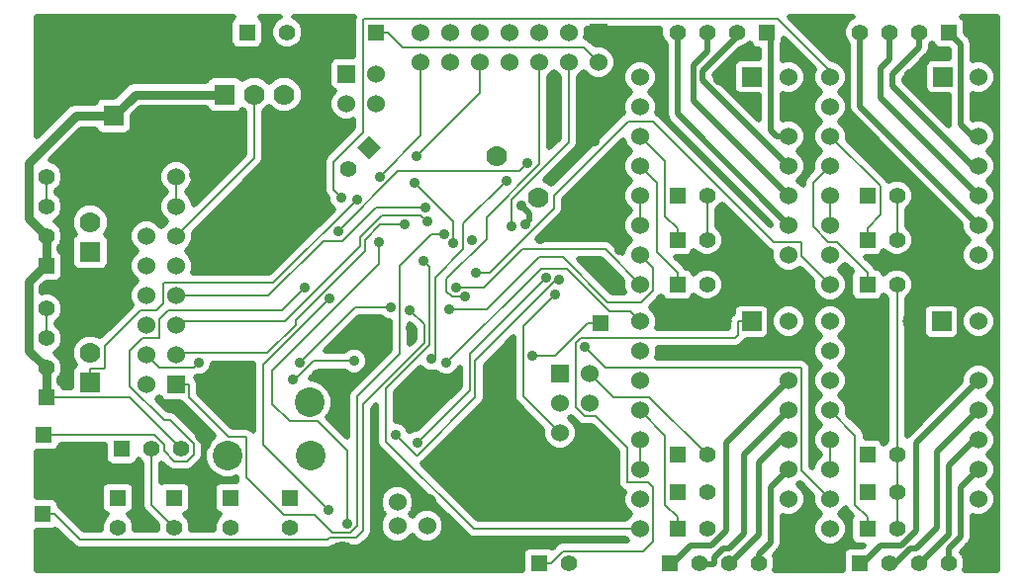
<source format=gbl>
G04 (created by PCBNEW-RS274X (2012-01-19 BZR 3256)-stable) date 5/05/2012 5:35:00 PM*
G01*
G70*
G90*
%MOIN*%
G04 Gerber Fmt 3.4, Leading zero omitted, Abs format*
%FSLAX34Y34*%
G04 APERTURE LIST*
%ADD10C,0.006000*%
%ADD11C,0.060000*%
%ADD12C,0.106300*%
%ADD13C,0.070000*%
%ADD14R,0.070000X0.070000*%
%ADD15R,0.060000X0.060000*%
%ADD16R,0.055000X0.055000*%
%ADD17C,0.055000*%
%ADD18C,0.100000*%
%ADD19R,0.065000X0.065000*%
%ADD20C,0.065000*%
%ADD21C,0.035000*%
%ADD22C,0.029600*%
%ADD23C,0.008000*%
%ADD24C,0.019700*%
%ADD25C,0.019800*%
G04 APERTURE END LIST*
G54D10*
G54D11*
X47315Y-22855D03*
X46315Y-22855D03*
X46315Y-23642D03*
X47315Y-23642D03*
G54D12*
X49177Y-24705D03*
X44453Y-24705D03*
G54D13*
X35970Y-12400D03*
X35970Y-13400D03*
G54D14*
X35970Y-14400D03*
G54D13*
X35970Y-16820D03*
X35970Y-17820D03*
G54D14*
X35970Y-18820D03*
G54D13*
X42500Y-09100D03*
X41500Y-09100D03*
G54D14*
X40500Y-09100D03*
G54D15*
X59500Y-15500D03*
G54D11*
X59500Y-14500D03*
X59500Y-13500D03*
X59500Y-12500D03*
X59500Y-11500D03*
X59500Y-10500D03*
G54D15*
X59500Y-09500D03*
G54D11*
X59500Y-08500D03*
X54500Y-08500D03*
X54500Y-09500D03*
X54500Y-10500D03*
X54500Y-11500D03*
X54500Y-12500D03*
X54500Y-13500D03*
X54500Y-14500D03*
X54500Y-15500D03*
G54D15*
X65900Y-15500D03*
G54D11*
X65900Y-14500D03*
X65900Y-13500D03*
X65900Y-12500D03*
X65900Y-11500D03*
X65900Y-10500D03*
G54D15*
X65900Y-09500D03*
G54D11*
X65900Y-08500D03*
X60900Y-08500D03*
X60900Y-09500D03*
X60900Y-10500D03*
X60900Y-11500D03*
X60900Y-12500D03*
X60900Y-13500D03*
X60900Y-14500D03*
X60900Y-15500D03*
G54D15*
X59500Y-23750D03*
G54D11*
X59500Y-22750D03*
X59500Y-21750D03*
X59500Y-20750D03*
X59500Y-19750D03*
X59500Y-18750D03*
G54D15*
X59500Y-17750D03*
G54D11*
X59500Y-16750D03*
X54500Y-16750D03*
X54500Y-17750D03*
X54500Y-18750D03*
X54500Y-19750D03*
X54500Y-20750D03*
X54500Y-21750D03*
X54500Y-22750D03*
X54500Y-23750D03*
G54D15*
X65900Y-23750D03*
G54D11*
X65900Y-22750D03*
X65900Y-21750D03*
X65900Y-20750D03*
X65900Y-19750D03*
X65900Y-18750D03*
G54D15*
X65900Y-17750D03*
G54D11*
X65900Y-16750D03*
X60900Y-16750D03*
X60900Y-17750D03*
X60900Y-18750D03*
X60900Y-19750D03*
X60900Y-20750D03*
X60900Y-21750D03*
X60900Y-22750D03*
X60900Y-23750D03*
G54D16*
X64900Y-07000D03*
G54D17*
X63900Y-07000D03*
X62900Y-07000D03*
X61900Y-07000D03*
G54D16*
X55500Y-24900D03*
G54D17*
X56500Y-24900D03*
X57500Y-24900D03*
X58500Y-24900D03*
G54D16*
X58750Y-07000D03*
G54D17*
X57750Y-07000D03*
X56750Y-07000D03*
X55750Y-07000D03*
G54D16*
X61900Y-24900D03*
G54D17*
X62900Y-24900D03*
X63900Y-24900D03*
X64900Y-24900D03*
G54D16*
X34495Y-14875D03*
G54D17*
X34495Y-13875D03*
X34495Y-12875D03*
X34495Y-11875D03*
G54D16*
X34495Y-19320D03*
G54D17*
X34495Y-18320D03*
X34495Y-17320D03*
X34495Y-16320D03*
G54D16*
X45600Y-07000D03*
G54D17*
X44600Y-07000D03*
X43600Y-07000D03*
X42600Y-07000D03*
G54D16*
X36900Y-22700D03*
G54D17*
X36900Y-23700D03*
X36900Y-24700D03*
G54D16*
X42700Y-22700D03*
G54D17*
X42700Y-23700D03*
X42700Y-24700D03*
G54D16*
X40700Y-22700D03*
G54D17*
X40700Y-23700D03*
X40700Y-24700D03*
G54D16*
X38800Y-22700D03*
G54D17*
X38800Y-23700D03*
X38800Y-24700D03*
G54D16*
X37040Y-21055D03*
G54D17*
X38040Y-21055D03*
X39040Y-21055D03*
G54D16*
X62150Y-12500D03*
G54D17*
X63150Y-12500D03*
G54D16*
X34410Y-20575D03*
G54D17*
X34410Y-21575D03*
G54D16*
X41250Y-07000D03*
G54D17*
X40250Y-07000D03*
G54D10*
G36*
X45364Y-10497D02*
X45753Y-10886D01*
X45364Y-11275D01*
X44975Y-10886D01*
X45364Y-10497D01*
X45364Y-10497D01*
G37*
G54D17*
X44656Y-11594D03*
G54D16*
X51100Y-24900D03*
G54D17*
X52100Y-24900D03*
G54D16*
X34365Y-23240D03*
G54D17*
X34365Y-24240D03*
G54D16*
X55750Y-23750D03*
G54D17*
X56750Y-23750D03*
G54D16*
X62150Y-21250D03*
G54D17*
X63150Y-21250D03*
G54D16*
X55750Y-12500D03*
G54D17*
X56750Y-12500D03*
G54D16*
X55750Y-21250D03*
G54D17*
X56750Y-21250D03*
G54D16*
X62150Y-22500D03*
G54D17*
X63150Y-22500D03*
G54D16*
X62150Y-14000D03*
G54D17*
X63150Y-14000D03*
G54D16*
X55750Y-14000D03*
G54D17*
X56750Y-14000D03*
G54D16*
X55750Y-22500D03*
G54D17*
X56750Y-22500D03*
G54D16*
X62150Y-23750D03*
G54D17*
X63150Y-23750D03*
G54D16*
X62150Y-15500D03*
G54D17*
X63150Y-15500D03*
G54D16*
X55750Y-15500D03*
G54D17*
X56750Y-15500D03*
G54D16*
X53150Y-16810D03*
G54D18*
X40600Y-19480D03*
X43350Y-19480D03*
X40600Y-21280D03*
X43400Y-21280D03*
G54D15*
X38870Y-18880D03*
G54D11*
X37870Y-18880D03*
X38870Y-17880D03*
X37870Y-17880D03*
X38870Y-16880D03*
X37870Y-16880D03*
X38870Y-15880D03*
X37870Y-15880D03*
X38870Y-14880D03*
X37870Y-14880D03*
X38870Y-13880D03*
X37870Y-13880D03*
X38870Y-12880D03*
X37870Y-12880D03*
X38870Y-11880D03*
X37870Y-11880D03*
G54D15*
X53100Y-07000D03*
G54D11*
X53100Y-08000D03*
X52100Y-07000D03*
X52100Y-08000D03*
X51100Y-07000D03*
X51100Y-08000D03*
X50100Y-07000D03*
X50100Y-08000D03*
X49100Y-07000D03*
X49100Y-08000D03*
X48100Y-07000D03*
X48100Y-08000D03*
X47100Y-07000D03*
X47100Y-08000D03*
G54D15*
X51795Y-18515D03*
G54D11*
X52795Y-18515D03*
X51795Y-19515D03*
X52795Y-19515D03*
X51795Y-20515D03*
X52795Y-20515D03*
G54D15*
X44600Y-08400D03*
G54D11*
X45600Y-08400D03*
X44600Y-09400D03*
X45600Y-09400D03*
G54D13*
X51067Y-12587D03*
X49653Y-11173D03*
G54D14*
X36760Y-09820D03*
G54D13*
X36760Y-07820D03*
G54D19*
X64650Y-16750D03*
G54D20*
X63650Y-16750D03*
G54D19*
X58250Y-16750D03*
G54D20*
X57250Y-16750D03*
G54D19*
X64700Y-08500D03*
G54D20*
X63700Y-08500D03*
G54D19*
X58250Y-08500D03*
G54D20*
X57250Y-08500D03*
G54D21*
X44864Y-18087D03*
X42782Y-18724D03*
X39635Y-18127D03*
X46086Y-16265D03*
X43016Y-18150D03*
X43202Y-15605D03*
X45696Y-14067D03*
X44619Y-23563D03*
X52630Y-17606D03*
X51763Y-15351D03*
X46248Y-20565D03*
X46742Y-16377D03*
X50500Y-12825D03*
X50625Y-13475D03*
X51125Y-13975D03*
X39850Y-20900D03*
X37525Y-21750D03*
X39600Y-20225D03*
X51270Y-22847D03*
X48845Y-14004D03*
X48126Y-18760D03*
X49669Y-18442D03*
X55165Y-09715D03*
X61558Y-18627D03*
X53775Y-10950D03*
X61442Y-09934D03*
X46778Y-16964D03*
X53199Y-15287D03*
X47550Y-21700D03*
X35970Y-22385D03*
X40974Y-13300D03*
X51485Y-09204D03*
X39140Y-10387D03*
X53800Y-14350D03*
X52972Y-10680D03*
X43602Y-18543D03*
X44449Y-19402D03*
X39750Y-13850D03*
X39457Y-11814D03*
X46850Y-20025D03*
X52600Y-08600D03*
X44425Y-20025D03*
X35150Y-18750D03*
X59500Y-24850D03*
X44947Y-12643D03*
X50861Y-17922D03*
X48611Y-15905D03*
X45724Y-11867D03*
X47890Y-13803D03*
X46561Y-13487D03*
X47317Y-13390D03*
X47270Y-12916D03*
X46957Y-11175D03*
X50173Y-13536D03*
X48203Y-14112D03*
X51617Y-15845D03*
X46911Y-12076D03*
X48284Y-15600D03*
X47473Y-18011D03*
X49980Y-11992D03*
X48078Y-16341D03*
X47196Y-14693D03*
X47977Y-18144D03*
X44020Y-15989D03*
X43984Y-23094D03*
X48972Y-15101D03*
X44440Y-12589D03*
X50705Y-11409D03*
X44323Y-13708D03*
X51322Y-15276D03*
X46982Y-20842D03*
G54D22*
X35480Y-09820D02*
X33900Y-11400D01*
X33900Y-11400D02*
X33900Y-13280D01*
X33900Y-13280D02*
X34495Y-13875D01*
X40500Y-09100D02*
X37480Y-09100D01*
X37480Y-09100D02*
X36760Y-09820D01*
G54D23*
X38870Y-11880D02*
X38870Y-12880D01*
G54D22*
X36760Y-09820D02*
X35480Y-09820D01*
G54D23*
X54058Y-22162D02*
X54080Y-22184D01*
G54D22*
X34495Y-14875D02*
X34425Y-14875D01*
X34425Y-14875D02*
X33900Y-15400D01*
X33900Y-15400D02*
X33900Y-17725D01*
X33900Y-17725D02*
X34495Y-18320D01*
G54D23*
X54080Y-22184D02*
X54776Y-22184D01*
X54776Y-22184D02*
X54936Y-22344D01*
X54936Y-22344D02*
X54936Y-24163D01*
X54936Y-24163D02*
X54603Y-24496D01*
X54603Y-24496D02*
X51908Y-24496D01*
X51908Y-24496D02*
X51504Y-24900D01*
X34495Y-19310D02*
X37295Y-19310D01*
X37295Y-19310D02*
X39040Y-21055D01*
G54D22*
X34495Y-19310D02*
X34495Y-19320D01*
G54D23*
X52326Y-17480D02*
X52326Y-19652D01*
X52326Y-19652D02*
X52627Y-19953D01*
X52627Y-19953D02*
X52998Y-19953D01*
X52998Y-19953D02*
X54058Y-21013D01*
X54058Y-21013D02*
X54058Y-22162D01*
G54D22*
X34495Y-18320D02*
X34495Y-19310D01*
X34495Y-13875D02*
X34495Y-14875D01*
G54D23*
X57796Y-16750D02*
X57796Y-17204D01*
X57796Y-17204D02*
X57698Y-17302D01*
X57698Y-17302D02*
X52504Y-17302D01*
X52504Y-17302D02*
X52326Y-17480D01*
X51100Y-24900D02*
X51504Y-24900D01*
X58250Y-16750D02*
X57796Y-16750D01*
X46004Y-07000D02*
X46504Y-07500D01*
X52600Y-07500D02*
X53100Y-08000D01*
X38870Y-13880D02*
X41500Y-11250D01*
X53591Y-19311D02*
X54811Y-19311D01*
X46504Y-07500D02*
X52600Y-07500D01*
X45600Y-07000D02*
X46004Y-07000D01*
X54811Y-19311D02*
X56750Y-21250D01*
X52795Y-18515D02*
X53591Y-19311D01*
X56750Y-12500D02*
X56750Y-14000D01*
X63150Y-14000D02*
X63150Y-12500D01*
X63150Y-21250D02*
X63150Y-15500D01*
X63150Y-22500D02*
X63150Y-23750D01*
X63150Y-22500D02*
X63150Y-21250D01*
X41500Y-11250D02*
X41500Y-09100D01*
X42782Y-18724D02*
X42873Y-18724D01*
X42873Y-18724D02*
X43510Y-18087D01*
X43510Y-18087D02*
X44864Y-18087D01*
X38300Y-18310D02*
X39452Y-18310D01*
X39452Y-18310D02*
X39635Y-18127D01*
X37870Y-17880D02*
X38300Y-18310D01*
X44901Y-16265D02*
X46086Y-16265D01*
X43016Y-18150D02*
X44901Y-16265D01*
X39236Y-21459D02*
X39462Y-21233D01*
X38660Y-20087D02*
X38470Y-20087D01*
X34410Y-20575D02*
X38133Y-20575D01*
X38133Y-20575D02*
X38450Y-20892D01*
X38787Y-21459D02*
X39236Y-21459D01*
X39462Y-20889D02*
X39462Y-21233D01*
X38450Y-20892D02*
X38450Y-21122D01*
X38450Y-21122D02*
X38787Y-21459D01*
X38278Y-17319D02*
X38300Y-17297D01*
X42429Y-16378D02*
X43202Y-15605D01*
X37308Y-17754D02*
X37743Y-17319D01*
X38300Y-16690D02*
X38612Y-16378D01*
X38300Y-17297D02*
X38300Y-16690D01*
X37308Y-18925D02*
X37308Y-17754D01*
X37743Y-17319D02*
X38278Y-17319D01*
X38612Y-16378D02*
X42429Y-16378D01*
X39462Y-20889D02*
X38660Y-20087D01*
X38470Y-20087D02*
X37308Y-18925D01*
X44619Y-21115D02*
X44619Y-23563D01*
X42698Y-20123D02*
X43627Y-20123D01*
X42105Y-18402D02*
X42105Y-19530D01*
X45696Y-14811D02*
X42105Y-18402D01*
X45696Y-14067D02*
X45696Y-14811D01*
X42105Y-19530D02*
X42698Y-20123D01*
X43627Y-20123D02*
X44619Y-21115D01*
X53335Y-18311D02*
X52630Y-17606D01*
X59906Y-18311D02*
X53335Y-18311D01*
X59937Y-21787D02*
X59937Y-18342D01*
X59937Y-18342D02*
X59906Y-18311D01*
X60900Y-22750D02*
X59937Y-21787D01*
X48943Y-19318D02*
X48943Y-18086D01*
X48943Y-18086D02*
X51678Y-15351D01*
X46956Y-21273D02*
X46988Y-21273D01*
X46248Y-20565D02*
X46956Y-21273D01*
X46988Y-21273D02*
X48943Y-19318D01*
X51678Y-15351D02*
X51763Y-15351D01*
X34769Y-23240D02*
X35634Y-24105D01*
X45147Y-23823D02*
X45147Y-19556D01*
X47220Y-17483D02*
X47220Y-16855D01*
X45147Y-19556D02*
X47220Y-17483D01*
X34365Y-23240D02*
X34769Y-23240D01*
X35634Y-24105D02*
X43971Y-24105D01*
X44934Y-24036D02*
X45147Y-23823D01*
X43971Y-24105D02*
X44040Y-24036D01*
X44040Y-24036D02*
X44934Y-24036D01*
X47220Y-16855D02*
X46742Y-16377D01*
G54D24*
X50500Y-12825D02*
X50775Y-13100D01*
X50775Y-13100D02*
X50775Y-13325D01*
G54D23*
X50775Y-13325D02*
X50625Y-13475D01*
G54D24*
X51125Y-13975D02*
X51700Y-13400D01*
X51700Y-13400D02*
X53800Y-13400D01*
X39600Y-20650D02*
X39600Y-20225D01*
X39850Y-20900D02*
X39600Y-20650D01*
X53800Y-13400D02*
X53800Y-10950D01*
X53800Y-10950D02*
X53775Y-10950D01*
G54D23*
X39457Y-11814D02*
X39457Y-10704D01*
X39457Y-10704D02*
X39140Y-10387D01*
X39140Y-10387D02*
X37983Y-10387D01*
X37983Y-10387D02*
X35970Y-12400D01*
G54D24*
X53800Y-14350D02*
X53800Y-13400D01*
G54D23*
X52972Y-08972D02*
X52600Y-08600D01*
X43602Y-18543D02*
X43602Y-18555D01*
X43602Y-18555D02*
X44449Y-19402D01*
X52972Y-10680D02*
X52972Y-08972D01*
G54D24*
X46850Y-20025D02*
X46850Y-20050D01*
X44400Y-20000D02*
X44425Y-20025D01*
G54D23*
X38440Y-15468D02*
X38440Y-16136D01*
X36449Y-17578D02*
X36449Y-18319D01*
X42144Y-15446D02*
X38462Y-15446D01*
X44947Y-12643D02*
X42144Y-15446D01*
X38196Y-16380D02*
X37647Y-16380D01*
X38462Y-15446D02*
X38440Y-15468D01*
X37647Y-16380D02*
X36449Y-17578D01*
X36449Y-18319D02*
X36427Y-18341D01*
X36427Y-18341D02*
X35970Y-18341D01*
X38440Y-16136D02*
X38196Y-16380D01*
X35970Y-18820D02*
X35970Y-18341D01*
X38040Y-22940D02*
X38040Y-21055D01*
X38800Y-23700D02*
X38040Y-22940D01*
X34495Y-11875D02*
X34495Y-12875D01*
X34495Y-16320D02*
X34495Y-17320D01*
G54D25*
X65300Y-24000D02*
X65300Y-22350D01*
X64905Y-24925D02*
X64905Y-24660D01*
X64905Y-24660D02*
X64905Y-24395D01*
G54D23*
X64905Y-24660D02*
X64900Y-24665D01*
G54D25*
X64905Y-24395D02*
X65300Y-24000D01*
X65300Y-22350D02*
X65900Y-21750D01*
G54D23*
X64900Y-24665D02*
X64900Y-24900D01*
G54D25*
X56300Y-09300D02*
X59500Y-12500D01*
X56300Y-08100D02*
X56300Y-09300D01*
X56750Y-07650D02*
X56300Y-08100D01*
X56750Y-07000D02*
X56750Y-07650D01*
X55750Y-09750D02*
X59500Y-13500D01*
X55750Y-07000D02*
X55750Y-09750D01*
G54D23*
X54500Y-21750D02*
X54500Y-20750D01*
G54D25*
X56600Y-08600D02*
X59500Y-11500D01*
X56600Y-08300D02*
X56600Y-08600D01*
X57750Y-07150D02*
X56600Y-08300D01*
X57750Y-07000D02*
X57750Y-07150D01*
G54D23*
X55525Y-24950D02*
X55500Y-24925D01*
G54D25*
X55550Y-24950D02*
X56200Y-24300D01*
X55500Y-24950D02*
X55525Y-24950D01*
X57400Y-20850D02*
X59500Y-18750D01*
G54D23*
X55500Y-24925D02*
X55500Y-24900D01*
G54D25*
X56900Y-24300D02*
X57400Y-23800D01*
X56200Y-24300D02*
X56900Y-24300D01*
X55525Y-24950D02*
X55550Y-24950D01*
X57400Y-23800D02*
X57400Y-20850D01*
G54D23*
X56550Y-24950D02*
X56500Y-24900D01*
G54D25*
X56550Y-24950D02*
X56950Y-24950D01*
X58000Y-23900D02*
X58000Y-21250D01*
X56950Y-24950D02*
X57000Y-24900D01*
X57000Y-24900D02*
X57000Y-24700D01*
X57300Y-24400D02*
X57500Y-24400D01*
X58000Y-21250D02*
X59500Y-19750D01*
X56500Y-24950D02*
X56550Y-24950D01*
X57500Y-24400D02*
X58000Y-23900D01*
X57000Y-24700D02*
X57300Y-24400D01*
X57704Y-24746D02*
X57500Y-24950D01*
X58500Y-23950D02*
X57704Y-24746D01*
X58500Y-21500D02*
X58500Y-23950D01*
X59250Y-20750D02*
X58500Y-21500D01*
G54D23*
X57654Y-24746D02*
X57500Y-24900D01*
X57704Y-24746D02*
X57654Y-24746D01*
G54D25*
X59500Y-20750D02*
X59250Y-20750D01*
X58900Y-07150D02*
X58750Y-07000D01*
X59500Y-10500D02*
X59100Y-10500D01*
X59100Y-10500D02*
X58900Y-10300D01*
X58900Y-10300D02*
X58900Y-07150D01*
G54D23*
X55070Y-12070D02*
X54500Y-11500D01*
X55070Y-14416D02*
X55070Y-12070D01*
X55750Y-15096D02*
X55070Y-14416D01*
X55750Y-15500D02*
X55750Y-15096D01*
X54500Y-13500D02*
X54500Y-12500D01*
G54D25*
X61900Y-07000D02*
X61900Y-09500D01*
X61900Y-09500D02*
X65900Y-13500D01*
G54D23*
X60900Y-21750D02*
X60900Y-20750D01*
G54D25*
X62600Y-09200D02*
X65900Y-12500D01*
X62600Y-08200D02*
X62600Y-09200D01*
X62900Y-07900D02*
X62600Y-08200D01*
X62900Y-07000D02*
X62900Y-07900D01*
X61975Y-24925D02*
X62600Y-24300D01*
X63800Y-23794D02*
X63800Y-20850D01*
X61905Y-24925D02*
X61925Y-24925D01*
G54D23*
X61925Y-24925D02*
X61900Y-24900D01*
G54D25*
X62600Y-24300D02*
X63294Y-24300D01*
X63294Y-24300D02*
X63800Y-23794D01*
X61925Y-24925D02*
X61975Y-24925D01*
X63800Y-20850D02*
X65900Y-18750D01*
X64500Y-21150D02*
X65900Y-19750D01*
X64500Y-23700D02*
X64500Y-21150D01*
X63600Y-24400D02*
X63800Y-24400D01*
X62905Y-24925D02*
X62925Y-24925D01*
G54D23*
X62925Y-24925D02*
X62900Y-24900D01*
G54D25*
X63800Y-24400D02*
X64500Y-23700D01*
X63075Y-24925D02*
X63600Y-24400D01*
X62925Y-24925D02*
X63075Y-24925D01*
G54D23*
X64096Y-24734D02*
X64066Y-24734D01*
X64066Y-24734D02*
X63900Y-24900D01*
G54D25*
X64096Y-24734D02*
X63905Y-24925D01*
X65900Y-20750D02*
X65750Y-20750D01*
X64900Y-23930D02*
X64096Y-24734D01*
X65750Y-20750D02*
X64900Y-21600D01*
X64900Y-21600D02*
X64900Y-23930D01*
X65700Y-11500D02*
X65900Y-11500D01*
X63000Y-08800D02*
X65700Y-11500D01*
X63000Y-08400D02*
X63000Y-08800D01*
X63900Y-07500D02*
X63000Y-08400D01*
X63900Y-07000D02*
X63900Y-07500D01*
X65700Y-10500D02*
X65300Y-10100D01*
X65300Y-07400D02*
X64900Y-07000D01*
X65900Y-10500D02*
X65700Y-10500D01*
X65300Y-10100D02*
X65300Y-07400D01*
G54D23*
X62589Y-13157D02*
X62589Y-12189D01*
X62589Y-12189D02*
X60900Y-10500D01*
X62150Y-13596D02*
X62589Y-13157D01*
X62150Y-14000D02*
X62150Y-13596D01*
X62150Y-15500D02*
X62150Y-15096D01*
X62150Y-15096D02*
X61115Y-14061D01*
X61115Y-14061D02*
X60834Y-14061D01*
X60834Y-14061D02*
X60330Y-13557D01*
X60330Y-13557D02*
X60330Y-12070D01*
X60330Y-12070D02*
X60900Y-11500D01*
X60900Y-13500D02*
X60900Y-12500D01*
G54D25*
X58500Y-24600D02*
X58900Y-24200D01*
X58500Y-24950D02*
X58500Y-24900D01*
X58900Y-22350D02*
X59500Y-21750D01*
X58500Y-24900D02*
X58500Y-24600D01*
X58900Y-24200D02*
X58900Y-22350D01*
G54D23*
X53150Y-16810D02*
X52746Y-16810D01*
X51634Y-17922D02*
X50861Y-17922D01*
X52746Y-16810D02*
X51634Y-17922D01*
X55346Y-20596D02*
X54500Y-19750D01*
X55346Y-22942D02*
X55346Y-20596D01*
X55750Y-23346D02*
X55346Y-22942D01*
X55750Y-23750D02*
X55750Y-23346D01*
X55346Y-11346D02*
X54500Y-10500D01*
X55346Y-13192D02*
X55346Y-11346D01*
X55750Y-13596D02*
X55346Y-13192D01*
X55750Y-14000D02*
X55750Y-13596D01*
X62150Y-23346D02*
X61746Y-22942D01*
X62150Y-23750D02*
X62150Y-23346D01*
X61746Y-20596D02*
X60900Y-19750D01*
X61746Y-22942D02*
X61746Y-20596D01*
X49318Y-13970D02*
X47979Y-15309D01*
X48151Y-15905D02*
X48611Y-15905D01*
X47979Y-15733D02*
X48151Y-15905D01*
X47979Y-15309D02*
X47979Y-15733D01*
X51100Y-11456D02*
X49318Y-13238D01*
X51100Y-08000D02*
X51100Y-11456D01*
X49318Y-13238D02*
X49318Y-13970D01*
X47100Y-10491D02*
X45724Y-11867D01*
X47100Y-08000D02*
X47100Y-10491D01*
X41230Y-20668D02*
X41230Y-22019D01*
X41230Y-22019D02*
X42480Y-23269D01*
X44746Y-23867D02*
X44963Y-23650D01*
X42480Y-23269D02*
X43518Y-23269D01*
X39299Y-18880D02*
X39299Y-19309D01*
X46390Y-17849D02*
X46390Y-14876D01*
X46390Y-14876D02*
X47462Y-13804D01*
X44116Y-23867D02*
X44746Y-23867D01*
X40636Y-20646D02*
X41208Y-20646D01*
X44963Y-23650D02*
X44963Y-19276D01*
X47462Y-13804D02*
X47890Y-13804D01*
X47890Y-13804D02*
X47890Y-13803D01*
X41208Y-20646D02*
X41230Y-20668D01*
X38870Y-18880D02*
X39299Y-18880D01*
X39299Y-19309D02*
X40636Y-20646D01*
X44963Y-19276D02*
X46390Y-17849D01*
X43518Y-23269D02*
X44116Y-23867D01*
X42883Y-16696D02*
X45219Y-14360D01*
X45724Y-13487D02*
X46561Y-13487D01*
X42883Y-16872D02*
X42883Y-16696D01*
X38927Y-17823D02*
X41932Y-17823D01*
X45219Y-13992D02*
X45724Y-13487D01*
X41932Y-17823D02*
X42883Y-16872D01*
X38870Y-17880D02*
X38927Y-17823D01*
X45219Y-14360D02*
X45219Y-13992D01*
X45788Y-13183D02*
X47108Y-13183D01*
X45050Y-13921D02*
X45788Y-13183D01*
X39024Y-16726D02*
X42536Y-16726D01*
X38870Y-16880D02*
X39024Y-16726D01*
X45050Y-14212D02*
X45050Y-13921D01*
X47108Y-13183D02*
X47315Y-13390D01*
X42536Y-16726D02*
X45050Y-14212D01*
X47315Y-13390D02*
X47317Y-13390D01*
X38870Y-15880D02*
X41963Y-15880D01*
X44473Y-14028D02*
X45585Y-12916D01*
X41963Y-15880D02*
X43815Y-14028D01*
X45585Y-12916D02*
X47270Y-12916D01*
X43815Y-14028D02*
X44473Y-14028D01*
X49100Y-08000D02*
X49100Y-09032D01*
X49100Y-09032D02*
X46957Y-11175D01*
X52100Y-10700D02*
X50173Y-12627D01*
X52100Y-08000D02*
X52100Y-10700D01*
X50173Y-12627D02*
X50173Y-13536D01*
X50556Y-16906D02*
X51617Y-15845D01*
X50556Y-19276D02*
X50556Y-16906D01*
X51795Y-20515D02*
X50556Y-19276D01*
X46911Y-12076D02*
X48203Y-13368D01*
X48203Y-13368D02*
X48203Y-14112D01*
X50517Y-14319D02*
X49236Y-15600D01*
X53319Y-14319D02*
X50517Y-14319D01*
X54500Y-15500D02*
X53319Y-14319D01*
X49236Y-15600D02*
X48284Y-15600D01*
X49980Y-11992D02*
X48537Y-13435D01*
X48537Y-13435D02*
X48537Y-14315D01*
X47580Y-17904D02*
X47473Y-18011D01*
X47580Y-15272D02*
X47580Y-17904D01*
X48537Y-14315D02*
X47580Y-15272D01*
X49345Y-16341D02*
X48078Y-16341D01*
X51884Y-14578D02*
X51108Y-14578D01*
X51108Y-14578D02*
X49345Y-16341D01*
X54531Y-16107D02*
X53413Y-16107D01*
X54500Y-14500D02*
X54932Y-14932D01*
X54932Y-14932D02*
X54932Y-15706D01*
X54932Y-15706D02*
X54531Y-16107D01*
X53413Y-16107D02*
X51884Y-14578D01*
X45940Y-20797D02*
X45940Y-19003D01*
X45940Y-19003D02*
X47395Y-17548D01*
X48893Y-23750D02*
X45940Y-20797D01*
X47395Y-14892D02*
X47196Y-14693D01*
X47395Y-17548D02*
X47395Y-14892D01*
X54500Y-23750D02*
X48893Y-23750D01*
X53467Y-16405D02*
X52022Y-14960D01*
X54155Y-16405D02*
X53467Y-16405D01*
X52022Y-14960D02*
X51161Y-14960D01*
X54500Y-16750D02*
X54155Y-16405D01*
X51161Y-14960D02*
X47977Y-18144D01*
X41806Y-20916D02*
X43984Y-23094D01*
X41806Y-18203D02*
X41806Y-20916D01*
X44020Y-15989D02*
X41806Y-18203D01*
X59933Y-14088D02*
X59911Y-14066D01*
X59933Y-14533D02*
X59933Y-14088D01*
X60900Y-15500D02*
X59933Y-14533D01*
X49430Y-15101D02*
X48972Y-15101D01*
X51580Y-12951D02*
X49430Y-15101D01*
X58997Y-14066D02*
X54931Y-10000D01*
X54084Y-10000D02*
X51580Y-12504D01*
X54931Y-10000D02*
X54084Y-10000D01*
X51580Y-12504D02*
X51580Y-12951D01*
X59911Y-14066D02*
X58997Y-14066D01*
X44170Y-12319D02*
X44440Y-12589D01*
X44170Y-11361D02*
X44170Y-12319D01*
X60900Y-08500D02*
X60900Y-08323D01*
X59127Y-06550D02*
X45192Y-06550D01*
X45170Y-10361D02*
X44170Y-11361D01*
X45170Y-06572D02*
X45170Y-10361D01*
X45192Y-06550D02*
X45170Y-06572D01*
X60900Y-08323D02*
X59127Y-06550D01*
X46343Y-11688D02*
X44323Y-13708D01*
X50705Y-11409D02*
X50426Y-11688D01*
X50426Y-11688D02*
X46343Y-11688D01*
X46982Y-20842D02*
X48757Y-19067D01*
X48757Y-19067D02*
X48757Y-17841D01*
X48757Y-17841D02*
X51322Y-15276D01*
G54D10*
G36*
X38227Y-23767D02*
X37473Y-23767D01*
X37473Y-23587D01*
X37386Y-23376D01*
X37267Y-23257D01*
X37343Y-23227D01*
X37427Y-23143D01*
X37472Y-23034D01*
X37472Y-22916D01*
X37472Y-22366D01*
X37427Y-22257D01*
X37343Y-22173D01*
X37234Y-22128D01*
X37116Y-22128D01*
X36566Y-22128D01*
X36457Y-22173D01*
X36373Y-22257D01*
X36328Y-22366D01*
X36328Y-22484D01*
X36328Y-23034D01*
X36373Y-23143D01*
X36457Y-23227D01*
X36532Y-23257D01*
X36415Y-23375D01*
X36327Y-23585D01*
X36327Y-23767D01*
X35774Y-23767D01*
X35008Y-23001D01*
X34937Y-22953D01*
X34937Y-22906D01*
X34892Y-22797D01*
X34808Y-22713D01*
X34699Y-22668D01*
X34581Y-22668D01*
X34173Y-22668D01*
X34173Y-21147D01*
X34194Y-21147D01*
X34744Y-21147D01*
X34853Y-21102D01*
X34937Y-21018D01*
X34980Y-20913D01*
X36468Y-20913D01*
X36468Y-21389D01*
X36513Y-21498D01*
X36597Y-21582D01*
X36706Y-21627D01*
X36824Y-21627D01*
X37374Y-21627D01*
X37483Y-21582D01*
X37567Y-21498D01*
X37597Y-21422D01*
X37702Y-21527D01*
X37702Y-22940D01*
X37728Y-23069D01*
X37801Y-23179D01*
X38227Y-23605D01*
X38227Y-23767D01*
X38227Y-23767D01*
G37*
G54D24*
X38227Y-23767D02*
X37473Y-23767D01*
X37473Y-23587D01*
X37386Y-23376D01*
X37267Y-23257D01*
X37343Y-23227D01*
X37427Y-23143D01*
X37472Y-23034D01*
X37472Y-22916D01*
X37472Y-22366D01*
X37427Y-22257D01*
X37343Y-22173D01*
X37234Y-22128D01*
X37116Y-22128D01*
X36566Y-22128D01*
X36457Y-22173D01*
X36373Y-22257D01*
X36328Y-22366D01*
X36328Y-22484D01*
X36328Y-23034D01*
X36373Y-23143D01*
X36457Y-23227D01*
X36532Y-23257D01*
X36415Y-23375D01*
X36327Y-23585D01*
X36327Y-23767D01*
X35774Y-23767D01*
X35008Y-23001D01*
X34937Y-22953D01*
X34937Y-22906D01*
X34892Y-22797D01*
X34808Y-22713D01*
X34699Y-22668D01*
X34581Y-22668D01*
X34173Y-22668D01*
X34173Y-21147D01*
X34194Y-21147D01*
X34744Y-21147D01*
X34853Y-21102D01*
X34937Y-21018D01*
X34980Y-20913D01*
X36468Y-20913D01*
X36468Y-21389D01*
X36513Y-21498D01*
X36597Y-21582D01*
X36706Y-21627D01*
X36824Y-21627D01*
X37374Y-21627D01*
X37483Y-21582D01*
X37567Y-21498D01*
X37597Y-21422D01*
X37702Y-21527D01*
X37702Y-22940D01*
X37728Y-23069D01*
X37801Y-23179D01*
X38227Y-23605D01*
X38227Y-23767D01*
G54D10*
G36*
X40913Y-22128D02*
X40366Y-22128D01*
X40257Y-22173D01*
X40173Y-22257D01*
X40128Y-22366D01*
X40128Y-22484D01*
X40128Y-23034D01*
X40173Y-23143D01*
X40257Y-23227D01*
X40332Y-23257D01*
X40215Y-23375D01*
X40127Y-23585D01*
X40127Y-23767D01*
X39373Y-23767D01*
X39373Y-23587D01*
X39286Y-23376D01*
X39167Y-23257D01*
X39243Y-23227D01*
X39327Y-23143D01*
X39372Y-23034D01*
X39372Y-22916D01*
X39372Y-22366D01*
X39327Y-22257D01*
X39243Y-22173D01*
X39134Y-22128D01*
X39016Y-22128D01*
X38466Y-22128D01*
X38378Y-22164D01*
X38378Y-21528D01*
X38548Y-21698D01*
X38657Y-21770D01*
X38658Y-21771D01*
X38787Y-21797D01*
X39236Y-21797D01*
X39365Y-21771D01*
X39475Y-21698D01*
X39701Y-21472D01*
X39773Y-21363D01*
X39774Y-21362D01*
X39800Y-21233D01*
X39800Y-20889D01*
X39774Y-20760D01*
X39774Y-20759D01*
X39701Y-20650D01*
X38899Y-19848D01*
X38789Y-19775D01*
X38660Y-19749D01*
X38610Y-19749D01*
X38227Y-19366D01*
X38296Y-19297D01*
X38318Y-19348D01*
X38402Y-19432D01*
X38511Y-19477D01*
X38629Y-19477D01*
X39012Y-19477D01*
X39060Y-19548D01*
X40131Y-20619D01*
X39924Y-20827D01*
X39802Y-21121D01*
X39802Y-21438D01*
X39923Y-21731D01*
X40147Y-21956D01*
X40441Y-22078D01*
X40758Y-22078D01*
X40892Y-22022D01*
X40913Y-22128D01*
X40913Y-22128D01*
G37*
G54D24*
X40913Y-22128D02*
X40366Y-22128D01*
X40257Y-22173D01*
X40173Y-22257D01*
X40128Y-22366D01*
X40128Y-22484D01*
X40128Y-23034D01*
X40173Y-23143D01*
X40257Y-23227D01*
X40332Y-23257D01*
X40215Y-23375D01*
X40127Y-23585D01*
X40127Y-23767D01*
X39373Y-23767D01*
X39373Y-23587D01*
X39286Y-23376D01*
X39167Y-23257D01*
X39243Y-23227D01*
X39327Y-23143D01*
X39372Y-23034D01*
X39372Y-22916D01*
X39372Y-22366D01*
X39327Y-22257D01*
X39243Y-22173D01*
X39134Y-22128D01*
X39016Y-22128D01*
X38466Y-22128D01*
X38378Y-22164D01*
X38378Y-21528D01*
X38548Y-21698D01*
X38657Y-21770D01*
X38658Y-21771D01*
X38787Y-21797D01*
X39236Y-21797D01*
X39365Y-21771D01*
X39475Y-21698D01*
X39701Y-21472D01*
X39773Y-21363D01*
X39774Y-21362D01*
X39800Y-21233D01*
X39800Y-20889D01*
X39774Y-20760D01*
X39774Y-20759D01*
X39701Y-20650D01*
X38899Y-19848D01*
X38789Y-19775D01*
X38660Y-19749D01*
X38610Y-19749D01*
X38227Y-19366D01*
X38296Y-19297D01*
X38318Y-19348D01*
X38402Y-19432D01*
X38511Y-19477D01*
X38629Y-19477D01*
X39012Y-19477D01*
X39060Y-19548D01*
X40131Y-20619D01*
X39924Y-20827D01*
X39802Y-21121D01*
X39802Y-21438D01*
X39923Y-21731D01*
X40147Y-21956D01*
X40441Y-22078D01*
X40758Y-22078D01*
X40892Y-22022D01*
X40913Y-22128D01*
G54D10*
G36*
X41162Y-11110D02*
X39467Y-12805D01*
X39467Y-12762D01*
X39376Y-12543D01*
X39214Y-12379D01*
X39376Y-12219D01*
X39467Y-11999D01*
X39467Y-11762D01*
X39376Y-11543D01*
X39209Y-11374D01*
X38989Y-11283D01*
X38752Y-11283D01*
X38533Y-11374D01*
X38364Y-11541D01*
X38273Y-11761D01*
X38273Y-11998D01*
X38364Y-12217D01*
X38525Y-12380D01*
X38364Y-12541D01*
X38273Y-12761D01*
X38273Y-12998D01*
X38364Y-13217D01*
X38525Y-13380D01*
X38369Y-13535D01*
X38209Y-13374D01*
X37989Y-13283D01*
X37752Y-13283D01*
X37533Y-13374D01*
X37364Y-13541D01*
X37273Y-13761D01*
X37273Y-13998D01*
X37364Y-14217D01*
X37525Y-14380D01*
X37364Y-14541D01*
X37273Y-14761D01*
X37273Y-14998D01*
X37364Y-15217D01*
X37525Y-15380D01*
X37364Y-15541D01*
X37273Y-15761D01*
X37273Y-15998D01*
X37354Y-16194D01*
X36617Y-16931D01*
X36617Y-14809D01*
X36617Y-14691D01*
X36617Y-13991D01*
X36572Y-13882D01*
X36488Y-13798D01*
X36487Y-13797D01*
X36518Y-13767D01*
X36617Y-13529D01*
X36617Y-13272D01*
X36519Y-13034D01*
X36337Y-12852D01*
X36099Y-12753D01*
X35842Y-12753D01*
X35604Y-12851D01*
X35422Y-13033D01*
X35323Y-13271D01*
X35323Y-13528D01*
X35421Y-13766D01*
X35452Y-13797D01*
X35452Y-13798D01*
X35368Y-13882D01*
X35323Y-13991D01*
X35323Y-14109D01*
X35323Y-14809D01*
X35368Y-14918D01*
X35452Y-15002D01*
X35561Y-15047D01*
X35679Y-15047D01*
X36379Y-15047D01*
X36488Y-15002D01*
X36572Y-14918D01*
X36617Y-14809D01*
X36617Y-16931D01*
X36294Y-17254D01*
X36099Y-17173D01*
X35842Y-17173D01*
X35604Y-17271D01*
X35422Y-17453D01*
X35323Y-17691D01*
X35323Y-17948D01*
X35421Y-18186D01*
X35452Y-18217D01*
X35452Y-18218D01*
X35368Y-18302D01*
X35323Y-18411D01*
X35323Y-18529D01*
X35323Y-18972D01*
X35061Y-18972D01*
X35022Y-18877D01*
X34941Y-18796D01*
X34941Y-18684D01*
X34980Y-18645D01*
X35068Y-18435D01*
X35068Y-18207D01*
X34981Y-17996D01*
X34820Y-17835D01*
X34784Y-17820D01*
X34819Y-17806D01*
X34980Y-17645D01*
X35068Y-17435D01*
X35068Y-17207D01*
X34981Y-16996D01*
X34833Y-16848D01*
X34833Y-16792D01*
X34980Y-16645D01*
X35068Y-16435D01*
X35068Y-16207D01*
X34981Y-15996D01*
X34820Y-15835D01*
X34610Y-15747D01*
X34382Y-15747D01*
X34346Y-15761D01*
X34346Y-15584D01*
X34483Y-15447D01*
X34829Y-15447D01*
X34938Y-15402D01*
X35022Y-15318D01*
X35067Y-15209D01*
X35067Y-15091D01*
X35067Y-14541D01*
X35022Y-14432D01*
X34941Y-14351D01*
X34941Y-14239D01*
X34980Y-14200D01*
X35068Y-13990D01*
X35068Y-13762D01*
X34981Y-13551D01*
X34820Y-13390D01*
X34784Y-13375D01*
X34819Y-13361D01*
X34980Y-13200D01*
X35068Y-12990D01*
X35068Y-12762D01*
X34981Y-12551D01*
X34833Y-12403D01*
X34833Y-12347D01*
X34980Y-12200D01*
X35068Y-11990D01*
X35068Y-11762D01*
X34981Y-11551D01*
X34820Y-11390D01*
X34622Y-11307D01*
X35664Y-10266D01*
X36128Y-10266D01*
X36158Y-10338D01*
X36242Y-10422D01*
X36351Y-10467D01*
X36469Y-10467D01*
X37169Y-10467D01*
X37278Y-10422D01*
X37362Y-10338D01*
X37407Y-10229D01*
X37407Y-10111D01*
X37407Y-09803D01*
X37664Y-09546D01*
X39868Y-09546D01*
X39898Y-09618D01*
X39982Y-09702D01*
X40091Y-09747D01*
X40209Y-09747D01*
X40909Y-09747D01*
X41018Y-09702D01*
X41102Y-09618D01*
X41102Y-09617D01*
X41133Y-09648D01*
X41162Y-09660D01*
X41162Y-11110D01*
X41162Y-11110D01*
G37*
G54D24*
X41162Y-11110D02*
X39467Y-12805D01*
X39467Y-12762D01*
X39376Y-12543D01*
X39214Y-12379D01*
X39376Y-12219D01*
X39467Y-11999D01*
X39467Y-11762D01*
X39376Y-11543D01*
X39209Y-11374D01*
X38989Y-11283D01*
X38752Y-11283D01*
X38533Y-11374D01*
X38364Y-11541D01*
X38273Y-11761D01*
X38273Y-11998D01*
X38364Y-12217D01*
X38525Y-12380D01*
X38364Y-12541D01*
X38273Y-12761D01*
X38273Y-12998D01*
X38364Y-13217D01*
X38525Y-13380D01*
X38369Y-13535D01*
X38209Y-13374D01*
X37989Y-13283D01*
X37752Y-13283D01*
X37533Y-13374D01*
X37364Y-13541D01*
X37273Y-13761D01*
X37273Y-13998D01*
X37364Y-14217D01*
X37525Y-14380D01*
X37364Y-14541D01*
X37273Y-14761D01*
X37273Y-14998D01*
X37364Y-15217D01*
X37525Y-15380D01*
X37364Y-15541D01*
X37273Y-15761D01*
X37273Y-15998D01*
X37354Y-16194D01*
X36617Y-16931D01*
X36617Y-14809D01*
X36617Y-14691D01*
X36617Y-13991D01*
X36572Y-13882D01*
X36488Y-13798D01*
X36487Y-13797D01*
X36518Y-13767D01*
X36617Y-13529D01*
X36617Y-13272D01*
X36519Y-13034D01*
X36337Y-12852D01*
X36099Y-12753D01*
X35842Y-12753D01*
X35604Y-12851D01*
X35422Y-13033D01*
X35323Y-13271D01*
X35323Y-13528D01*
X35421Y-13766D01*
X35452Y-13797D01*
X35452Y-13798D01*
X35368Y-13882D01*
X35323Y-13991D01*
X35323Y-14109D01*
X35323Y-14809D01*
X35368Y-14918D01*
X35452Y-15002D01*
X35561Y-15047D01*
X35679Y-15047D01*
X36379Y-15047D01*
X36488Y-15002D01*
X36572Y-14918D01*
X36617Y-14809D01*
X36617Y-16931D01*
X36294Y-17254D01*
X36099Y-17173D01*
X35842Y-17173D01*
X35604Y-17271D01*
X35422Y-17453D01*
X35323Y-17691D01*
X35323Y-17948D01*
X35421Y-18186D01*
X35452Y-18217D01*
X35452Y-18218D01*
X35368Y-18302D01*
X35323Y-18411D01*
X35323Y-18529D01*
X35323Y-18972D01*
X35061Y-18972D01*
X35022Y-18877D01*
X34941Y-18796D01*
X34941Y-18684D01*
X34980Y-18645D01*
X35068Y-18435D01*
X35068Y-18207D01*
X34981Y-17996D01*
X34820Y-17835D01*
X34784Y-17820D01*
X34819Y-17806D01*
X34980Y-17645D01*
X35068Y-17435D01*
X35068Y-17207D01*
X34981Y-16996D01*
X34833Y-16848D01*
X34833Y-16792D01*
X34980Y-16645D01*
X35068Y-16435D01*
X35068Y-16207D01*
X34981Y-15996D01*
X34820Y-15835D01*
X34610Y-15747D01*
X34382Y-15747D01*
X34346Y-15761D01*
X34346Y-15584D01*
X34483Y-15447D01*
X34829Y-15447D01*
X34938Y-15402D01*
X35022Y-15318D01*
X35067Y-15209D01*
X35067Y-15091D01*
X35067Y-14541D01*
X35022Y-14432D01*
X34941Y-14351D01*
X34941Y-14239D01*
X34980Y-14200D01*
X35068Y-13990D01*
X35068Y-13762D01*
X34981Y-13551D01*
X34820Y-13390D01*
X34784Y-13375D01*
X34819Y-13361D01*
X34980Y-13200D01*
X35068Y-12990D01*
X35068Y-12762D01*
X34981Y-12551D01*
X34833Y-12403D01*
X34833Y-12347D01*
X34980Y-12200D01*
X35068Y-11990D01*
X35068Y-11762D01*
X34981Y-11551D01*
X34820Y-11390D01*
X34622Y-11307D01*
X35664Y-10266D01*
X36128Y-10266D01*
X36158Y-10338D01*
X36242Y-10422D01*
X36351Y-10467D01*
X36469Y-10467D01*
X37169Y-10467D01*
X37278Y-10422D01*
X37362Y-10338D01*
X37407Y-10229D01*
X37407Y-10111D01*
X37407Y-09803D01*
X37664Y-09546D01*
X39868Y-09546D01*
X39898Y-09618D01*
X39982Y-09702D01*
X40091Y-09747D01*
X40209Y-09747D01*
X40909Y-09747D01*
X41018Y-09702D01*
X41102Y-09618D01*
X41102Y-09617D01*
X41133Y-09648D01*
X41162Y-09660D01*
X41162Y-11110D01*
G54D10*
G36*
X41476Y-18161D02*
X41468Y-18203D01*
X41468Y-20428D01*
X41447Y-20407D01*
X41337Y-20334D01*
X41208Y-20308D01*
X40776Y-20308D01*
X39637Y-19169D01*
X39637Y-18880D01*
X39611Y-18751D01*
X39538Y-18641D01*
X39526Y-18633D01*
X39581Y-18622D01*
X39614Y-18600D01*
X39729Y-18600D01*
X39903Y-18528D01*
X40036Y-18395D01*
X40108Y-18221D01*
X40108Y-18161D01*
X41476Y-18161D01*
X41476Y-18161D01*
G37*
G54D24*
X41476Y-18161D02*
X41468Y-18203D01*
X41468Y-20428D01*
X41447Y-20407D01*
X41337Y-20334D01*
X41208Y-20308D01*
X40776Y-20308D01*
X39637Y-19169D01*
X39637Y-18880D01*
X39611Y-18751D01*
X39538Y-18641D01*
X39526Y-18633D01*
X39581Y-18622D01*
X39614Y-18600D01*
X39729Y-18600D01*
X39903Y-18528D01*
X40036Y-18395D01*
X40108Y-18221D01*
X40108Y-18161D01*
X41476Y-18161D01*
G54D10*
G36*
X44851Y-06473D02*
X44832Y-06572D01*
X44832Y-07803D01*
X44241Y-07803D01*
X44132Y-07848D01*
X44048Y-07932D01*
X44003Y-08041D01*
X44003Y-08159D01*
X44003Y-08759D01*
X44048Y-08868D01*
X44132Y-08952D01*
X44182Y-08973D01*
X44094Y-09061D01*
X44003Y-09281D01*
X44003Y-09518D01*
X44094Y-09737D01*
X44261Y-09906D01*
X44481Y-09997D01*
X44718Y-09997D01*
X44832Y-09949D01*
X44832Y-10221D01*
X43931Y-11122D01*
X43858Y-11232D01*
X43832Y-11361D01*
X43832Y-12319D01*
X43858Y-12448D01*
X43931Y-12558D01*
X43967Y-12594D01*
X43967Y-12683D01*
X44039Y-12857D01*
X44147Y-12965D01*
X42004Y-15108D01*
X39421Y-15108D01*
X39467Y-14999D01*
X39467Y-14762D01*
X39376Y-14543D01*
X39214Y-14379D01*
X39376Y-14219D01*
X39467Y-13999D01*
X39467Y-13762D01*
X39466Y-13761D01*
X41739Y-11489D01*
X41812Y-11380D01*
X41812Y-11379D01*
X41838Y-11250D01*
X41838Y-09660D01*
X41866Y-09649D01*
X42000Y-09515D01*
X42133Y-09648D01*
X42371Y-09747D01*
X42628Y-09747D01*
X42866Y-09649D01*
X43048Y-09467D01*
X43147Y-09229D01*
X43147Y-08972D01*
X43049Y-08734D01*
X42867Y-08552D01*
X42629Y-08453D01*
X42372Y-08453D01*
X42134Y-08551D01*
X42000Y-08685D01*
X41867Y-08552D01*
X41629Y-08453D01*
X41372Y-08453D01*
X41134Y-08551D01*
X41102Y-08582D01*
X41018Y-08498D01*
X40909Y-08453D01*
X40791Y-08453D01*
X40091Y-08453D01*
X39982Y-08498D01*
X39898Y-08582D01*
X39868Y-08654D01*
X37480Y-08654D01*
X37309Y-08688D01*
X37164Y-08785D01*
X36776Y-09173D01*
X36351Y-09173D01*
X36242Y-09218D01*
X36158Y-09302D01*
X36128Y-09374D01*
X35480Y-09374D01*
X35309Y-09408D01*
X35164Y-09505D01*
X34173Y-10496D01*
X34173Y-06473D01*
X40807Y-06473D01*
X40723Y-06557D01*
X40678Y-06666D01*
X40678Y-06784D01*
X40678Y-07334D01*
X40723Y-07443D01*
X40807Y-07527D01*
X40916Y-07572D01*
X41034Y-07572D01*
X41584Y-07572D01*
X41693Y-07527D01*
X41777Y-07443D01*
X41822Y-07334D01*
X41822Y-07216D01*
X41822Y-06666D01*
X41777Y-06557D01*
X41693Y-06473D01*
X42375Y-06473D01*
X42276Y-06514D01*
X42115Y-06675D01*
X42027Y-06885D01*
X42027Y-07113D01*
X42114Y-07324D01*
X42275Y-07485D01*
X42485Y-07573D01*
X42713Y-07573D01*
X42924Y-07486D01*
X43085Y-07325D01*
X43173Y-07115D01*
X43173Y-06887D01*
X43086Y-06676D01*
X42925Y-06515D01*
X42824Y-06473D01*
X44851Y-06473D01*
X44851Y-06473D01*
G37*
G54D24*
X44851Y-06473D02*
X44832Y-06572D01*
X44832Y-07803D01*
X44241Y-07803D01*
X44132Y-07848D01*
X44048Y-07932D01*
X44003Y-08041D01*
X44003Y-08159D01*
X44003Y-08759D01*
X44048Y-08868D01*
X44132Y-08952D01*
X44182Y-08973D01*
X44094Y-09061D01*
X44003Y-09281D01*
X44003Y-09518D01*
X44094Y-09737D01*
X44261Y-09906D01*
X44481Y-09997D01*
X44718Y-09997D01*
X44832Y-09949D01*
X44832Y-10221D01*
X43931Y-11122D01*
X43858Y-11232D01*
X43832Y-11361D01*
X43832Y-12319D01*
X43858Y-12448D01*
X43931Y-12558D01*
X43967Y-12594D01*
X43967Y-12683D01*
X44039Y-12857D01*
X44147Y-12965D01*
X42004Y-15108D01*
X39421Y-15108D01*
X39467Y-14999D01*
X39467Y-14762D01*
X39376Y-14543D01*
X39214Y-14379D01*
X39376Y-14219D01*
X39467Y-13999D01*
X39467Y-13762D01*
X39466Y-13761D01*
X41739Y-11489D01*
X41812Y-11380D01*
X41812Y-11379D01*
X41838Y-11250D01*
X41838Y-09660D01*
X41866Y-09649D01*
X42000Y-09515D01*
X42133Y-09648D01*
X42371Y-09747D01*
X42628Y-09747D01*
X42866Y-09649D01*
X43048Y-09467D01*
X43147Y-09229D01*
X43147Y-08972D01*
X43049Y-08734D01*
X42867Y-08552D01*
X42629Y-08453D01*
X42372Y-08453D01*
X42134Y-08551D01*
X42000Y-08685D01*
X41867Y-08552D01*
X41629Y-08453D01*
X41372Y-08453D01*
X41134Y-08551D01*
X41102Y-08582D01*
X41018Y-08498D01*
X40909Y-08453D01*
X40791Y-08453D01*
X40091Y-08453D01*
X39982Y-08498D01*
X39898Y-08582D01*
X39868Y-08654D01*
X37480Y-08654D01*
X37309Y-08688D01*
X37164Y-08785D01*
X36776Y-09173D01*
X36351Y-09173D01*
X36242Y-09218D01*
X36158Y-09302D01*
X36128Y-09374D01*
X35480Y-09374D01*
X35309Y-09408D01*
X35164Y-09505D01*
X34173Y-10496D01*
X34173Y-06473D01*
X40807Y-06473D01*
X40723Y-06557D01*
X40678Y-06666D01*
X40678Y-06784D01*
X40678Y-07334D01*
X40723Y-07443D01*
X40807Y-07527D01*
X40916Y-07572D01*
X41034Y-07572D01*
X41584Y-07572D01*
X41693Y-07527D01*
X41777Y-07443D01*
X41822Y-07334D01*
X41822Y-07216D01*
X41822Y-06666D01*
X41777Y-06557D01*
X41693Y-06473D01*
X42375Y-06473D01*
X42276Y-06514D01*
X42115Y-06675D01*
X42027Y-06885D01*
X42027Y-07113D01*
X42114Y-07324D01*
X42275Y-07485D01*
X42485Y-07573D01*
X42713Y-07573D01*
X42924Y-07486D01*
X43085Y-07325D01*
X43173Y-07115D01*
X43173Y-06887D01*
X43086Y-06676D01*
X42925Y-06515D01*
X42824Y-06473D01*
X44851Y-06473D01*
G54D10*
G36*
X46052Y-17709D02*
X44724Y-19037D01*
X44651Y-19147D01*
X44625Y-19276D01*
X44625Y-20643D01*
X43970Y-19988D01*
X44026Y-19933D01*
X44148Y-19639D01*
X44148Y-19322D01*
X44027Y-19029D01*
X43803Y-18804D01*
X43509Y-18682D01*
X43393Y-18682D01*
X43650Y-18425D01*
X44533Y-18425D01*
X44596Y-18488D01*
X44770Y-18560D01*
X44958Y-18560D01*
X45132Y-18488D01*
X45265Y-18355D01*
X45337Y-18181D01*
X45337Y-17993D01*
X45265Y-17819D01*
X45132Y-17686D01*
X44958Y-17614D01*
X44770Y-17614D01*
X44596Y-17686D01*
X44533Y-17749D01*
X43895Y-17749D01*
X45041Y-16603D01*
X45755Y-16603D01*
X45818Y-16666D01*
X45992Y-16738D01*
X46052Y-16738D01*
X46052Y-17709D01*
X46052Y-17709D01*
G37*
G54D24*
X46052Y-17709D02*
X44724Y-19037D01*
X44651Y-19147D01*
X44625Y-19276D01*
X44625Y-20643D01*
X43970Y-19988D01*
X44026Y-19933D01*
X44148Y-19639D01*
X44148Y-19322D01*
X44027Y-19029D01*
X43803Y-18804D01*
X43509Y-18682D01*
X43393Y-18682D01*
X43650Y-18425D01*
X44533Y-18425D01*
X44596Y-18488D01*
X44770Y-18560D01*
X44958Y-18560D01*
X45132Y-18488D01*
X45265Y-18355D01*
X45337Y-18181D01*
X45337Y-17993D01*
X45265Y-17819D01*
X45132Y-17686D01*
X44958Y-17614D01*
X44770Y-17614D01*
X44596Y-17686D01*
X44533Y-17749D01*
X43895Y-17749D01*
X45041Y-16603D01*
X45755Y-16603D01*
X45818Y-16666D01*
X45992Y-16738D01*
X46052Y-16738D01*
X46052Y-17709D01*
G54D10*
G36*
X46882Y-17343D02*
X46728Y-17497D01*
X46728Y-16850D01*
X46737Y-16850D01*
X46882Y-16995D01*
X46882Y-17343D01*
X46882Y-17343D01*
G37*
G54D24*
X46882Y-17343D02*
X46728Y-17497D01*
X46728Y-16850D01*
X46737Y-16850D01*
X46882Y-16995D01*
X46882Y-17343D01*
G54D10*
G36*
X48419Y-18927D02*
X46977Y-20369D01*
X46888Y-20369D01*
X46714Y-20441D01*
X46710Y-20444D01*
X46649Y-20297D01*
X46516Y-20164D01*
X46342Y-20092D01*
X46278Y-20092D01*
X46278Y-19143D01*
X47107Y-18314D01*
X47205Y-18412D01*
X47379Y-18484D01*
X47567Y-18484D01*
X47624Y-18460D01*
X47709Y-18545D01*
X47883Y-18617D01*
X48071Y-18617D01*
X48245Y-18545D01*
X48378Y-18412D01*
X48419Y-18312D01*
X48419Y-18927D01*
X48419Y-18927D01*
G37*
G54D24*
X48419Y-18927D02*
X46977Y-20369D01*
X46888Y-20369D01*
X46714Y-20441D01*
X46710Y-20444D01*
X46649Y-20297D01*
X46516Y-20164D01*
X46342Y-20092D01*
X46278Y-20092D01*
X46278Y-19143D01*
X47107Y-18314D01*
X47205Y-18412D01*
X47379Y-18484D01*
X47567Y-18484D01*
X47624Y-18460D01*
X47709Y-18545D01*
X47883Y-18617D01*
X48071Y-18617D01*
X48245Y-18545D01*
X48378Y-18412D01*
X48419Y-18312D01*
X48419Y-18927D01*
G54D10*
G36*
X51762Y-10560D02*
X51438Y-10884D01*
X51438Y-08505D01*
X51600Y-08344D01*
X51761Y-08506D01*
X51762Y-08506D01*
X51762Y-10560D01*
X51762Y-10560D01*
G37*
G54D24*
X51762Y-10560D02*
X51438Y-10884D01*
X51438Y-08505D01*
X51600Y-08344D01*
X51761Y-08506D01*
X51762Y-08506D01*
X51762Y-10560D01*
G54D10*
G36*
X53965Y-15769D02*
X53553Y-15769D01*
X52441Y-14657D01*
X53179Y-14657D01*
X53903Y-15381D01*
X53903Y-15618D01*
X53965Y-15769D01*
X53965Y-15769D01*
G37*
G54D24*
X53965Y-15769D02*
X53553Y-15769D01*
X52441Y-14657D01*
X53179Y-14657D01*
X53903Y-15381D01*
X53903Y-15618D01*
X53965Y-15769D01*
G54D10*
G36*
X54064Y-24158D02*
X51908Y-24158D01*
X51778Y-24184D01*
X51669Y-24257D01*
X51548Y-24378D01*
X51543Y-24373D01*
X51434Y-24328D01*
X51316Y-24328D01*
X50766Y-24328D01*
X50657Y-24373D01*
X50573Y-24457D01*
X50528Y-24566D01*
X50528Y-24684D01*
X50528Y-25127D01*
X47912Y-25127D01*
X47912Y-23761D01*
X47912Y-23524D01*
X47821Y-23305D01*
X47654Y-23136D01*
X47434Y-23045D01*
X47197Y-23045D01*
X46978Y-23136D01*
X46814Y-23297D01*
X46765Y-23248D01*
X46821Y-23194D01*
X46912Y-22974D01*
X46912Y-22737D01*
X46821Y-22518D01*
X46654Y-22349D01*
X46434Y-22258D01*
X46197Y-22258D01*
X45978Y-22349D01*
X45809Y-22516D01*
X45718Y-22736D01*
X45718Y-22973D01*
X45809Y-23192D01*
X45864Y-23248D01*
X45809Y-23303D01*
X45718Y-23523D01*
X45718Y-23760D01*
X45809Y-23979D01*
X45976Y-24148D01*
X46196Y-24239D01*
X46433Y-24239D01*
X46652Y-24148D01*
X46815Y-23986D01*
X46976Y-24148D01*
X47196Y-24239D01*
X47433Y-24239D01*
X47652Y-24148D01*
X47821Y-23981D01*
X47912Y-23761D01*
X47912Y-25127D01*
X34173Y-25127D01*
X34173Y-23812D01*
X34699Y-23812D01*
X34808Y-23767D01*
X34813Y-23762D01*
X35395Y-24344D01*
X35504Y-24417D01*
X35505Y-24417D01*
X35634Y-24443D01*
X43971Y-24443D01*
X44100Y-24417D01*
X44164Y-24374D01*
X44934Y-24374D01*
X45063Y-24348D01*
X45173Y-24275D01*
X45386Y-24062D01*
X45459Y-23953D01*
X45459Y-23952D01*
X45485Y-23823D01*
X45485Y-19696D01*
X45602Y-19579D01*
X45602Y-20797D01*
X45628Y-20926D01*
X45701Y-21036D01*
X48654Y-23989D01*
X48763Y-24062D01*
X48764Y-24062D01*
X48893Y-24088D01*
X53994Y-24088D01*
X54064Y-24158D01*
X54064Y-24158D01*
G37*
G54D24*
X54064Y-24158D02*
X51908Y-24158D01*
X51778Y-24184D01*
X51669Y-24257D01*
X51548Y-24378D01*
X51543Y-24373D01*
X51434Y-24328D01*
X51316Y-24328D01*
X50766Y-24328D01*
X50657Y-24373D01*
X50573Y-24457D01*
X50528Y-24566D01*
X50528Y-24684D01*
X50528Y-25127D01*
X47912Y-25127D01*
X47912Y-23761D01*
X47912Y-23524D01*
X47821Y-23305D01*
X47654Y-23136D01*
X47434Y-23045D01*
X47197Y-23045D01*
X46978Y-23136D01*
X46814Y-23297D01*
X46765Y-23248D01*
X46821Y-23194D01*
X46912Y-22974D01*
X46912Y-22737D01*
X46821Y-22518D01*
X46654Y-22349D01*
X46434Y-22258D01*
X46197Y-22258D01*
X45978Y-22349D01*
X45809Y-22516D01*
X45718Y-22736D01*
X45718Y-22973D01*
X45809Y-23192D01*
X45864Y-23248D01*
X45809Y-23303D01*
X45718Y-23523D01*
X45718Y-23760D01*
X45809Y-23979D01*
X45976Y-24148D01*
X46196Y-24239D01*
X46433Y-24239D01*
X46652Y-24148D01*
X46815Y-23986D01*
X46976Y-24148D01*
X47196Y-24239D01*
X47433Y-24239D01*
X47652Y-24148D01*
X47821Y-23981D01*
X47912Y-23761D01*
X47912Y-25127D01*
X34173Y-25127D01*
X34173Y-23812D01*
X34699Y-23812D01*
X34808Y-23767D01*
X34813Y-23762D01*
X35395Y-24344D01*
X35504Y-24417D01*
X35505Y-24417D01*
X35634Y-24443D01*
X43971Y-24443D01*
X44100Y-24417D01*
X44164Y-24374D01*
X44934Y-24374D01*
X45063Y-24348D01*
X45173Y-24275D01*
X45386Y-24062D01*
X45459Y-23953D01*
X45459Y-23952D01*
X45485Y-23823D01*
X45485Y-19696D01*
X45602Y-19579D01*
X45602Y-20797D01*
X45628Y-20926D01*
X45701Y-21036D01*
X48654Y-23989D01*
X48763Y-24062D01*
X48764Y-24062D01*
X48893Y-24088D01*
X53994Y-24088D01*
X54064Y-24158D01*
G54D10*
G36*
X54155Y-14000D02*
X53994Y-14161D01*
X53903Y-14381D01*
X53903Y-14425D01*
X53558Y-14080D01*
X53448Y-14007D01*
X53319Y-13981D01*
X51028Y-13981D01*
X51819Y-13190D01*
X51891Y-13081D01*
X51892Y-13080D01*
X51918Y-12951D01*
X51918Y-12644D01*
X53915Y-10646D01*
X53994Y-10837D01*
X54155Y-11000D01*
X53994Y-11161D01*
X53903Y-11381D01*
X53903Y-11618D01*
X53994Y-11837D01*
X54155Y-12000D01*
X53994Y-12161D01*
X53903Y-12381D01*
X53903Y-12618D01*
X53994Y-12837D01*
X54155Y-13000D01*
X53994Y-13161D01*
X53903Y-13381D01*
X53903Y-13618D01*
X53994Y-13837D01*
X54155Y-14000D01*
X54155Y-14000D01*
G37*
G54D24*
X54155Y-14000D02*
X53994Y-14161D01*
X53903Y-14381D01*
X53903Y-14425D01*
X53558Y-14080D01*
X53448Y-14007D01*
X53319Y-13981D01*
X51028Y-13981D01*
X51819Y-13190D01*
X51891Y-13081D01*
X51892Y-13080D01*
X51918Y-12951D01*
X51918Y-12644D01*
X53915Y-10646D01*
X53994Y-10837D01*
X54155Y-11000D01*
X53994Y-11161D01*
X53903Y-11381D01*
X53903Y-11618D01*
X53994Y-11837D01*
X54155Y-12000D01*
X53994Y-12161D01*
X53903Y-12381D01*
X53903Y-12618D01*
X53994Y-12837D01*
X54155Y-13000D01*
X53994Y-13161D01*
X53903Y-13381D01*
X53903Y-13618D01*
X53994Y-13837D01*
X54155Y-14000D01*
G54D10*
G36*
X54155Y-23250D02*
X53994Y-23411D01*
X53993Y-23412D01*
X49033Y-23412D01*
X47170Y-21549D01*
X47227Y-21512D01*
X49181Y-19558D01*
X49181Y-19557D01*
X49182Y-19557D01*
X49254Y-19448D01*
X49255Y-19447D01*
X49280Y-19319D01*
X49281Y-19318D01*
X49281Y-18226D01*
X50218Y-17289D01*
X50218Y-19276D01*
X50244Y-19405D01*
X50317Y-19515D01*
X51198Y-20396D01*
X51198Y-20633D01*
X51289Y-20852D01*
X51456Y-21021D01*
X51676Y-21112D01*
X51913Y-21112D01*
X52132Y-21021D01*
X52301Y-20854D01*
X52392Y-20634D01*
X52392Y-20397D01*
X52301Y-20178D01*
X52139Y-20014D01*
X52174Y-19978D01*
X52388Y-20192D01*
X52497Y-20264D01*
X52498Y-20265D01*
X52627Y-20291D01*
X52858Y-20291D01*
X53720Y-21153D01*
X53720Y-22162D01*
X53746Y-22291D01*
X53819Y-22401D01*
X53841Y-22423D01*
X53951Y-22496D01*
X53958Y-22497D01*
X53903Y-22631D01*
X53903Y-22868D01*
X53994Y-23087D01*
X54155Y-23250D01*
X54155Y-23250D01*
G37*
G54D24*
X54155Y-23250D02*
X53994Y-23411D01*
X53993Y-23412D01*
X49033Y-23412D01*
X47170Y-21549D01*
X47227Y-21512D01*
X49181Y-19558D01*
X49181Y-19557D01*
X49182Y-19557D01*
X49254Y-19448D01*
X49255Y-19447D01*
X49280Y-19319D01*
X49281Y-19318D01*
X49281Y-18226D01*
X50218Y-17289D01*
X50218Y-19276D01*
X50244Y-19405D01*
X50317Y-19515D01*
X51198Y-20396D01*
X51198Y-20633D01*
X51289Y-20852D01*
X51456Y-21021D01*
X51676Y-21112D01*
X51913Y-21112D01*
X52132Y-21021D01*
X52301Y-20854D01*
X52392Y-20634D01*
X52392Y-20397D01*
X52301Y-20178D01*
X52139Y-20014D01*
X52174Y-19978D01*
X52388Y-20192D01*
X52497Y-20264D01*
X52498Y-20265D01*
X52627Y-20291D01*
X52858Y-20291D01*
X53720Y-21153D01*
X53720Y-22162D01*
X53746Y-22291D01*
X53819Y-22401D01*
X53841Y-22423D01*
X53951Y-22496D01*
X53958Y-22497D01*
X53903Y-22631D01*
X53903Y-22868D01*
X53994Y-23087D01*
X54155Y-23250D01*
G54D10*
G36*
X58503Y-09941D02*
X57011Y-08449D01*
X57905Y-07555D01*
X58074Y-07486D01*
X58192Y-07367D01*
X58223Y-07443D01*
X58307Y-07527D01*
X58416Y-07572D01*
X58503Y-07572D01*
X58503Y-07878D01*
X57866Y-07878D01*
X57757Y-07923D01*
X57673Y-08007D01*
X57628Y-08116D01*
X57628Y-08234D01*
X57628Y-08884D01*
X57673Y-08993D01*
X57757Y-09077D01*
X57866Y-09122D01*
X57984Y-09122D01*
X58503Y-09122D01*
X58503Y-09941D01*
X58503Y-09941D01*
G37*
G54D24*
X58503Y-09941D02*
X57011Y-08449D01*
X57905Y-07555D01*
X58074Y-07486D01*
X58192Y-07367D01*
X58223Y-07443D01*
X58307Y-07527D01*
X58416Y-07572D01*
X58503Y-07572D01*
X58503Y-07878D01*
X57866Y-07878D01*
X57757Y-07923D01*
X57673Y-08007D01*
X57628Y-08116D01*
X57628Y-08234D01*
X57628Y-08884D01*
X57673Y-08993D01*
X57757Y-09077D01*
X57866Y-09122D01*
X57984Y-09122D01*
X58503Y-09122D01*
X58503Y-09941D01*
G54D10*
G36*
X58903Y-13494D02*
X55170Y-09761D01*
X55066Y-09692D01*
X55097Y-09619D01*
X55097Y-09382D01*
X55006Y-09163D01*
X54844Y-08999D01*
X55006Y-08839D01*
X55097Y-08619D01*
X55097Y-08382D01*
X55006Y-08163D01*
X54839Y-07994D01*
X54619Y-07903D01*
X54382Y-07903D01*
X54163Y-07994D01*
X53994Y-08161D01*
X53903Y-08381D01*
X53903Y-08618D01*
X53994Y-08837D01*
X54155Y-09000D01*
X53994Y-09161D01*
X53903Y-09381D01*
X53903Y-09618D01*
X53936Y-09699D01*
X53845Y-09761D01*
X51500Y-12105D01*
X51434Y-12039D01*
X51296Y-11981D01*
X52339Y-10939D01*
X52412Y-10830D01*
X52412Y-10829D01*
X52438Y-10700D01*
X52438Y-08505D01*
X52600Y-08344D01*
X52761Y-08506D01*
X52981Y-08597D01*
X53218Y-08597D01*
X53437Y-08506D01*
X53606Y-08339D01*
X53697Y-08119D01*
X53697Y-07882D01*
X53606Y-07663D01*
X53439Y-07494D01*
X53219Y-07403D01*
X52982Y-07403D01*
X52981Y-07403D01*
X52839Y-07261D01*
X52729Y-07188D01*
X52673Y-07176D01*
X52697Y-07119D01*
X52697Y-06888D01*
X55177Y-06888D01*
X55177Y-07113D01*
X55264Y-07324D01*
X55353Y-07413D01*
X55353Y-09750D01*
X55383Y-09902D01*
X55469Y-10031D01*
X58903Y-13465D01*
X58903Y-13494D01*
X58903Y-13494D01*
G37*
G54D24*
X58903Y-13494D02*
X55170Y-09761D01*
X55066Y-09692D01*
X55097Y-09619D01*
X55097Y-09382D01*
X55006Y-09163D01*
X54844Y-08999D01*
X55006Y-08839D01*
X55097Y-08619D01*
X55097Y-08382D01*
X55006Y-08163D01*
X54839Y-07994D01*
X54619Y-07903D01*
X54382Y-07903D01*
X54163Y-07994D01*
X53994Y-08161D01*
X53903Y-08381D01*
X53903Y-08618D01*
X53994Y-08837D01*
X54155Y-09000D01*
X53994Y-09161D01*
X53903Y-09381D01*
X53903Y-09618D01*
X53936Y-09699D01*
X53845Y-09761D01*
X51500Y-12105D01*
X51434Y-12039D01*
X51296Y-11981D01*
X52339Y-10939D01*
X52412Y-10830D01*
X52412Y-10829D01*
X52438Y-10700D01*
X52438Y-08505D01*
X52600Y-08344D01*
X52761Y-08506D01*
X52981Y-08597D01*
X53218Y-08597D01*
X53437Y-08506D01*
X53606Y-08339D01*
X53697Y-08119D01*
X53697Y-07882D01*
X53606Y-07663D01*
X53439Y-07494D01*
X53219Y-07403D01*
X52982Y-07403D01*
X52981Y-07403D01*
X52839Y-07261D01*
X52729Y-07188D01*
X52673Y-07176D01*
X52697Y-07119D01*
X52697Y-06888D01*
X55177Y-06888D01*
X55177Y-07113D01*
X55264Y-07324D01*
X55353Y-07413D01*
X55353Y-09750D01*
X55383Y-09902D01*
X55469Y-10031D01*
X58903Y-13465D01*
X58903Y-13494D01*
G54D10*
G36*
X60555Y-11000D02*
X60394Y-11161D01*
X60303Y-11381D01*
X60303Y-11618D01*
X60091Y-11831D01*
X60018Y-11941D01*
X59992Y-12070D01*
X59992Y-12148D01*
X59844Y-11999D01*
X60006Y-11839D01*
X60097Y-11619D01*
X60097Y-11382D01*
X60006Y-11163D01*
X59844Y-10999D01*
X60006Y-10839D01*
X60097Y-10619D01*
X60097Y-10382D01*
X60006Y-10163D01*
X59839Y-09994D01*
X59619Y-09903D01*
X59382Y-09903D01*
X59297Y-09938D01*
X59297Y-09062D01*
X59381Y-09097D01*
X59618Y-09097D01*
X59837Y-09006D01*
X60006Y-08839D01*
X60097Y-08619D01*
X60097Y-08382D01*
X60006Y-08163D01*
X59839Y-07994D01*
X59619Y-07903D01*
X59382Y-07903D01*
X59297Y-07938D01*
X59297Y-07394D01*
X59322Y-07334D01*
X59322Y-07223D01*
X60354Y-08255D01*
X60303Y-08381D01*
X60303Y-08618D01*
X60394Y-08837D01*
X60555Y-09000D01*
X60394Y-09161D01*
X60303Y-09381D01*
X60303Y-09618D01*
X60394Y-09837D01*
X60555Y-10000D01*
X60394Y-10161D01*
X60303Y-10381D01*
X60303Y-10618D01*
X60394Y-10837D01*
X60555Y-11000D01*
X60555Y-11000D01*
G37*
G54D24*
X60555Y-11000D02*
X60394Y-11161D01*
X60303Y-11381D01*
X60303Y-11618D01*
X60091Y-11831D01*
X60018Y-11941D01*
X59992Y-12070D01*
X59992Y-12148D01*
X59844Y-11999D01*
X60006Y-11839D01*
X60097Y-11619D01*
X60097Y-11382D01*
X60006Y-11163D01*
X59844Y-10999D01*
X60006Y-10839D01*
X60097Y-10619D01*
X60097Y-10382D01*
X60006Y-10163D01*
X59839Y-09994D01*
X59619Y-09903D01*
X59382Y-09903D01*
X59297Y-09938D01*
X59297Y-09062D01*
X59381Y-09097D01*
X59618Y-09097D01*
X59837Y-09006D01*
X60006Y-08839D01*
X60097Y-08619D01*
X60097Y-08382D01*
X60006Y-08163D01*
X59839Y-07994D01*
X59619Y-07903D01*
X59382Y-07903D01*
X59297Y-07938D01*
X59297Y-07394D01*
X59322Y-07334D01*
X59322Y-07223D01*
X60354Y-08255D01*
X60303Y-08381D01*
X60303Y-08618D01*
X60394Y-08837D01*
X60555Y-09000D01*
X60394Y-09161D01*
X60303Y-09381D01*
X60303Y-09618D01*
X60394Y-09837D01*
X60555Y-10000D01*
X60394Y-10161D01*
X60303Y-10381D01*
X60303Y-10618D01*
X60394Y-10837D01*
X60555Y-11000D01*
G54D10*
G36*
X62016Y-24322D02*
X62010Y-24328D01*
X61566Y-24328D01*
X61457Y-24373D01*
X61373Y-24457D01*
X61328Y-24566D01*
X61328Y-24684D01*
X61328Y-25127D01*
X59026Y-25127D01*
X59073Y-25015D01*
X59073Y-24787D01*
X59015Y-24646D01*
X59178Y-24482D01*
X59180Y-24481D01*
X59181Y-24481D01*
X59232Y-24404D01*
X59267Y-24353D01*
X59267Y-24352D01*
X59297Y-24200D01*
X59297Y-23312D01*
X59381Y-23347D01*
X59618Y-23347D01*
X59837Y-23256D01*
X60006Y-23089D01*
X60097Y-22869D01*
X60097Y-22632D01*
X60006Y-22413D01*
X59844Y-22249D01*
X59882Y-22210D01*
X60303Y-22631D01*
X60303Y-22868D01*
X60394Y-23087D01*
X60555Y-23250D01*
X60394Y-23411D01*
X60303Y-23631D01*
X60303Y-23868D01*
X60394Y-24087D01*
X60561Y-24256D01*
X60781Y-24347D01*
X61018Y-24347D01*
X61237Y-24256D01*
X61406Y-24089D01*
X61497Y-23869D01*
X61497Y-23632D01*
X61406Y-23413D01*
X61244Y-23249D01*
X61406Y-23089D01*
X61427Y-23037D01*
X61434Y-23071D01*
X61507Y-23181D01*
X61628Y-23302D01*
X61623Y-23307D01*
X61578Y-23416D01*
X61578Y-23534D01*
X61578Y-24084D01*
X61623Y-24193D01*
X61707Y-24277D01*
X61816Y-24322D01*
X61934Y-24322D01*
X62016Y-24322D01*
X62016Y-24322D01*
G37*
G54D24*
X62016Y-24322D02*
X62010Y-24328D01*
X61566Y-24328D01*
X61457Y-24373D01*
X61373Y-24457D01*
X61328Y-24566D01*
X61328Y-24684D01*
X61328Y-25127D01*
X59026Y-25127D01*
X59073Y-25015D01*
X59073Y-24787D01*
X59015Y-24646D01*
X59178Y-24482D01*
X59180Y-24481D01*
X59181Y-24481D01*
X59232Y-24404D01*
X59267Y-24353D01*
X59267Y-24352D01*
X59297Y-24200D01*
X59297Y-23312D01*
X59381Y-23347D01*
X59618Y-23347D01*
X59837Y-23256D01*
X60006Y-23089D01*
X60097Y-22869D01*
X60097Y-22632D01*
X60006Y-22413D01*
X59844Y-22249D01*
X59882Y-22210D01*
X60303Y-22631D01*
X60303Y-22868D01*
X60394Y-23087D01*
X60555Y-23250D01*
X60394Y-23411D01*
X60303Y-23631D01*
X60303Y-23868D01*
X60394Y-24087D01*
X60561Y-24256D01*
X60781Y-24347D01*
X61018Y-24347D01*
X61237Y-24256D01*
X61406Y-24089D01*
X61497Y-23869D01*
X61497Y-23632D01*
X61406Y-23413D01*
X61244Y-23249D01*
X61406Y-23089D01*
X61427Y-23037D01*
X61434Y-23071D01*
X61507Y-23181D01*
X61628Y-23302D01*
X61623Y-23307D01*
X61578Y-23416D01*
X61578Y-23534D01*
X61578Y-24084D01*
X61623Y-24193D01*
X61707Y-24277D01*
X61816Y-24322D01*
X61934Y-24322D01*
X62016Y-24322D01*
G54D10*
G36*
X62812Y-20778D02*
X62707Y-20882D01*
X62677Y-20807D01*
X62593Y-20723D01*
X62484Y-20678D01*
X62366Y-20678D01*
X62084Y-20678D01*
X62084Y-20596D01*
X62058Y-20467D01*
X62058Y-20466D01*
X61985Y-20357D01*
X61497Y-19869D01*
X61497Y-19632D01*
X61406Y-19413D01*
X61244Y-19249D01*
X61406Y-19089D01*
X61497Y-18869D01*
X61497Y-18632D01*
X61406Y-18413D01*
X61244Y-18249D01*
X61406Y-18089D01*
X61497Y-17869D01*
X61497Y-17632D01*
X61406Y-17413D01*
X61244Y-17249D01*
X61406Y-17089D01*
X61497Y-16869D01*
X61497Y-16632D01*
X61406Y-16413D01*
X61239Y-16244D01*
X61019Y-16153D01*
X60782Y-16153D01*
X60563Y-16244D01*
X60394Y-16411D01*
X60303Y-16631D01*
X60303Y-16868D01*
X60394Y-17087D01*
X60555Y-17250D01*
X60394Y-17411D01*
X60303Y-17631D01*
X60303Y-17868D01*
X60394Y-18087D01*
X60555Y-18250D01*
X60394Y-18411D01*
X60303Y-18631D01*
X60303Y-18868D01*
X60394Y-19087D01*
X60555Y-19250D01*
X60394Y-19411D01*
X60303Y-19631D01*
X60303Y-19868D01*
X60394Y-20087D01*
X60555Y-20250D01*
X60394Y-20411D01*
X60303Y-20631D01*
X60303Y-20868D01*
X60394Y-21087D01*
X60555Y-21250D01*
X60394Y-21411D01*
X60303Y-21631D01*
X60303Y-21675D01*
X60275Y-21647D01*
X60275Y-18342D01*
X60274Y-18341D01*
X60249Y-18213D01*
X60248Y-18212D01*
X60176Y-18103D01*
X60175Y-18102D01*
X60145Y-18072D01*
X60097Y-18040D01*
X60097Y-16869D01*
X60097Y-16632D01*
X60006Y-16413D01*
X59839Y-16244D01*
X59619Y-16153D01*
X59382Y-16153D01*
X59163Y-16244D01*
X58994Y-16411D01*
X58903Y-16631D01*
X58903Y-16868D01*
X58994Y-17087D01*
X59161Y-17256D01*
X59381Y-17347D01*
X59618Y-17347D01*
X59837Y-17256D01*
X60006Y-17089D01*
X60097Y-16869D01*
X60097Y-18040D01*
X60035Y-17999D01*
X59906Y-17973D01*
X55053Y-17973D01*
X55097Y-17869D01*
X55097Y-17640D01*
X57698Y-17640D01*
X57827Y-17614D01*
X57937Y-17541D01*
X58035Y-17443D01*
X58081Y-17372D01*
X58082Y-17372D01*
X58634Y-17372D01*
X58743Y-17327D01*
X58827Y-17243D01*
X58872Y-17134D01*
X58872Y-17016D01*
X58872Y-16366D01*
X58827Y-16257D01*
X58743Y-16173D01*
X58634Y-16128D01*
X58516Y-16128D01*
X57866Y-16128D01*
X57757Y-16173D01*
X57673Y-16257D01*
X57628Y-16366D01*
X57628Y-16463D01*
X57557Y-16511D01*
X57484Y-16621D01*
X57458Y-16750D01*
X57458Y-16964D01*
X55057Y-16964D01*
X55097Y-16869D01*
X55097Y-16632D01*
X55006Y-16413D01*
X54855Y-16260D01*
X55171Y-15945D01*
X55203Y-15895D01*
X55223Y-15943D01*
X55307Y-16027D01*
X55416Y-16072D01*
X55534Y-16072D01*
X56084Y-16072D01*
X56193Y-16027D01*
X56277Y-15943D01*
X56307Y-15867D01*
X56425Y-15985D01*
X56635Y-16073D01*
X56863Y-16073D01*
X57074Y-15986D01*
X57235Y-15825D01*
X57323Y-15615D01*
X57323Y-15387D01*
X57236Y-15176D01*
X57075Y-15015D01*
X56865Y-14927D01*
X56637Y-14927D01*
X56426Y-15014D01*
X56307Y-15132D01*
X56277Y-15057D01*
X56193Y-14973D01*
X56084Y-14928D01*
X56036Y-14928D01*
X55989Y-14857D01*
X55704Y-14572D01*
X56084Y-14572D01*
X56193Y-14527D01*
X56277Y-14443D01*
X56307Y-14367D01*
X56425Y-14485D01*
X56635Y-14573D01*
X56863Y-14573D01*
X57074Y-14486D01*
X57235Y-14325D01*
X57323Y-14115D01*
X57323Y-13887D01*
X57236Y-13676D01*
X57088Y-13528D01*
X57088Y-12972D01*
X57235Y-12825D01*
X57247Y-12794D01*
X58758Y-14305D01*
X58867Y-14378D01*
X58868Y-14378D01*
X58903Y-14385D01*
X58903Y-14618D01*
X58994Y-14837D01*
X59161Y-15006D01*
X59381Y-15097D01*
X59618Y-15097D01*
X59837Y-15006D01*
X59882Y-14960D01*
X60303Y-15381D01*
X60303Y-15618D01*
X60394Y-15837D01*
X60561Y-16006D01*
X60781Y-16097D01*
X61018Y-16097D01*
X61237Y-16006D01*
X61406Y-15839D01*
X61497Y-15619D01*
X61497Y-15382D01*
X61406Y-15163D01*
X61244Y-14999D01*
X61406Y-14839D01*
X61408Y-14832D01*
X61628Y-15052D01*
X61623Y-15057D01*
X61578Y-15166D01*
X61578Y-15284D01*
X61578Y-15834D01*
X61623Y-15943D01*
X61707Y-16027D01*
X61816Y-16072D01*
X61934Y-16072D01*
X62484Y-16072D01*
X62593Y-16027D01*
X62677Y-15943D01*
X62707Y-15867D01*
X62812Y-15972D01*
X62812Y-20778D01*
X62812Y-20778D01*
G37*
G54D24*
X62812Y-20778D02*
X62707Y-20882D01*
X62677Y-20807D01*
X62593Y-20723D01*
X62484Y-20678D01*
X62366Y-20678D01*
X62084Y-20678D01*
X62084Y-20596D01*
X62058Y-20467D01*
X62058Y-20466D01*
X61985Y-20357D01*
X61497Y-19869D01*
X61497Y-19632D01*
X61406Y-19413D01*
X61244Y-19249D01*
X61406Y-19089D01*
X61497Y-18869D01*
X61497Y-18632D01*
X61406Y-18413D01*
X61244Y-18249D01*
X61406Y-18089D01*
X61497Y-17869D01*
X61497Y-17632D01*
X61406Y-17413D01*
X61244Y-17249D01*
X61406Y-17089D01*
X61497Y-16869D01*
X61497Y-16632D01*
X61406Y-16413D01*
X61239Y-16244D01*
X61019Y-16153D01*
X60782Y-16153D01*
X60563Y-16244D01*
X60394Y-16411D01*
X60303Y-16631D01*
X60303Y-16868D01*
X60394Y-17087D01*
X60555Y-17250D01*
X60394Y-17411D01*
X60303Y-17631D01*
X60303Y-17868D01*
X60394Y-18087D01*
X60555Y-18250D01*
X60394Y-18411D01*
X60303Y-18631D01*
X60303Y-18868D01*
X60394Y-19087D01*
X60555Y-19250D01*
X60394Y-19411D01*
X60303Y-19631D01*
X60303Y-19868D01*
X60394Y-20087D01*
X60555Y-20250D01*
X60394Y-20411D01*
X60303Y-20631D01*
X60303Y-20868D01*
X60394Y-21087D01*
X60555Y-21250D01*
X60394Y-21411D01*
X60303Y-21631D01*
X60303Y-21675D01*
X60275Y-21647D01*
X60275Y-18342D01*
X60274Y-18341D01*
X60249Y-18213D01*
X60248Y-18212D01*
X60176Y-18103D01*
X60175Y-18102D01*
X60145Y-18072D01*
X60097Y-18040D01*
X60097Y-16869D01*
X60097Y-16632D01*
X60006Y-16413D01*
X59839Y-16244D01*
X59619Y-16153D01*
X59382Y-16153D01*
X59163Y-16244D01*
X58994Y-16411D01*
X58903Y-16631D01*
X58903Y-16868D01*
X58994Y-17087D01*
X59161Y-17256D01*
X59381Y-17347D01*
X59618Y-17347D01*
X59837Y-17256D01*
X60006Y-17089D01*
X60097Y-16869D01*
X60097Y-18040D01*
X60035Y-17999D01*
X59906Y-17973D01*
X55053Y-17973D01*
X55097Y-17869D01*
X55097Y-17640D01*
X57698Y-17640D01*
X57827Y-17614D01*
X57937Y-17541D01*
X58035Y-17443D01*
X58081Y-17372D01*
X58082Y-17372D01*
X58634Y-17372D01*
X58743Y-17327D01*
X58827Y-17243D01*
X58872Y-17134D01*
X58872Y-17016D01*
X58872Y-16366D01*
X58827Y-16257D01*
X58743Y-16173D01*
X58634Y-16128D01*
X58516Y-16128D01*
X57866Y-16128D01*
X57757Y-16173D01*
X57673Y-16257D01*
X57628Y-16366D01*
X57628Y-16463D01*
X57557Y-16511D01*
X57484Y-16621D01*
X57458Y-16750D01*
X57458Y-16964D01*
X55057Y-16964D01*
X55097Y-16869D01*
X55097Y-16632D01*
X55006Y-16413D01*
X54855Y-16260D01*
X55171Y-15945D01*
X55203Y-15895D01*
X55223Y-15943D01*
X55307Y-16027D01*
X55416Y-16072D01*
X55534Y-16072D01*
X56084Y-16072D01*
X56193Y-16027D01*
X56277Y-15943D01*
X56307Y-15867D01*
X56425Y-15985D01*
X56635Y-16073D01*
X56863Y-16073D01*
X57074Y-15986D01*
X57235Y-15825D01*
X57323Y-15615D01*
X57323Y-15387D01*
X57236Y-15176D01*
X57075Y-15015D01*
X56865Y-14927D01*
X56637Y-14927D01*
X56426Y-15014D01*
X56307Y-15132D01*
X56277Y-15057D01*
X56193Y-14973D01*
X56084Y-14928D01*
X56036Y-14928D01*
X55989Y-14857D01*
X55704Y-14572D01*
X56084Y-14572D01*
X56193Y-14527D01*
X56277Y-14443D01*
X56307Y-14367D01*
X56425Y-14485D01*
X56635Y-14573D01*
X56863Y-14573D01*
X57074Y-14486D01*
X57235Y-14325D01*
X57323Y-14115D01*
X57323Y-13887D01*
X57236Y-13676D01*
X57088Y-13528D01*
X57088Y-12972D01*
X57235Y-12825D01*
X57247Y-12794D01*
X58758Y-14305D01*
X58867Y-14378D01*
X58868Y-14378D01*
X58903Y-14385D01*
X58903Y-14618D01*
X58994Y-14837D01*
X59161Y-15006D01*
X59381Y-15097D01*
X59618Y-15097D01*
X59837Y-15006D01*
X59882Y-14960D01*
X60303Y-15381D01*
X60303Y-15618D01*
X60394Y-15837D01*
X60561Y-16006D01*
X60781Y-16097D01*
X61018Y-16097D01*
X61237Y-16006D01*
X61406Y-15839D01*
X61497Y-15619D01*
X61497Y-15382D01*
X61406Y-15163D01*
X61244Y-14999D01*
X61406Y-14839D01*
X61408Y-14832D01*
X61628Y-15052D01*
X61623Y-15057D01*
X61578Y-15166D01*
X61578Y-15284D01*
X61578Y-15834D01*
X61623Y-15943D01*
X61707Y-16027D01*
X61816Y-16072D01*
X61934Y-16072D01*
X62484Y-16072D01*
X62593Y-16027D01*
X62677Y-15943D01*
X62707Y-15867D01*
X62812Y-15972D01*
X62812Y-20778D01*
G54D10*
G36*
X64913Y-10151D02*
X63397Y-08635D01*
X63397Y-08564D01*
X64178Y-07782D01*
X64180Y-07781D01*
X64181Y-07781D01*
X64266Y-07653D01*
X64267Y-07652D01*
X64290Y-07531D01*
X64297Y-07501D01*
X64296Y-07500D01*
X64297Y-07500D01*
X64297Y-07413D01*
X64342Y-07367D01*
X64373Y-07443D01*
X64457Y-07527D01*
X64566Y-07572D01*
X64684Y-07572D01*
X64903Y-07572D01*
X64903Y-07878D01*
X64316Y-07878D01*
X64207Y-07923D01*
X64123Y-08007D01*
X64078Y-08116D01*
X64078Y-08234D01*
X64078Y-08884D01*
X64123Y-08993D01*
X64207Y-09077D01*
X64316Y-09122D01*
X64434Y-09122D01*
X64903Y-09122D01*
X64903Y-10100D01*
X64913Y-10151D01*
X64913Y-10151D01*
G37*
G54D24*
X64913Y-10151D02*
X63397Y-08635D01*
X63397Y-08564D01*
X64178Y-07782D01*
X64180Y-07781D01*
X64181Y-07781D01*
X64266Y-07653D01*
X64267Y-07652D01*
X64290Y-07531D01*
X64297Y-07501D01*
X64296Y-07500D01*
X64297Y-07500D01*
X64297Y-07413D01*
X64342Y-07367D01*
X64373Y-07443D01*
X64457Y-07527D01*
X64566Y-07572D01*
X64684Y-07572D01*
X64903Y-07572D01*
X64903Y-07878D01*
X64316Y-07878D01*
X64207Y-07923D01*
X64123Y-08007D01*
X64078Y-08116D01*
X64078Y-08234D01*
X64078Y-08884D01*
X64123Y-08993D01*
X64207Y-09077D01*
X64316Y-09122D01*
X64434Y-09122D01*
X64903Y-09122D01*
X64903Y-10100D01*
X64913Y-10151D01*
G54D10*
G36*
X66527Y-25127D02*
X65426Y-25127D01*
X65473Y-25015D01*
X65473Y-24787D01*
X65386Y-24576D01*
X65335Y-24525D01*
X65578Y-24282D01*
X65580Y-24281D01*
X65581Y-24281D01*
X65667Y-24152D01*
X65697Y-24000D01*
X65697Y-23312D01*
X65781Y-23347D01*
X66018Y-23347D01*
X66237Y-23256D01*
X66406Y-23089D01*
X66497Y-22869D01*
X66497Y-22632D01*
X66406Y-22413D01*
X66244Y-22249D01*
X66406Y-22089D01*
X66497Y-21869D01*
X66497Y-21632D01*
X66406Y-21413D01*
X66244Y-21249D01*
X66406Y-21089D01*
X66497Y-20869D01*
X66497Y-20632D01*
X66406Y-20413D01*
X66244Y-20249D01*
X66406Y-20089D01*
X66497Y-19869D01*
X66497Y-19632D01*
X66406Y-19413D01*
X66244Y-19249D01*
X66406Y-19089D01*
X66497Y-18869D01*
X66497Y-18632D01*
X66497Y-16869D01*
X66497Y-16632D01*
X66406Y-16413D01*
X66239Y-16244D01*
X66019Y-16153D01*
X65782Y-16153D01*
X65563Y-16244D01*
X65394Y-16411D01*
X65303Y-16631D01*
X65303Y-16868D01*
X65394Y-17087D01*
X65561Y-17256D01*
X65781Y-17347D01*
X66018Y-17347D01*
X66237Y-17256D01*
X66406Y-17089D01*
X66497Y-16869D01*
X66497Y-18632D01*
X66406Y-18413D01*
X66239Y-18244D01*
X66019Y-18153D01*
X65782Y-18153D01*
X65563Y-18244D01*
X65394Y-18411D01*
X65303Y-18631D01*
X65303Y-18785D01*
X65272Y-18816D01*
X65272Y-17134D01*
X65272Y-17016D01*
X65272Y-16366D01*
X65227Y-16257D01*
X65143Y-16173D01*
X65034Y-16128D01*
X64916Y-16128D01*
X64266Y-16128D01*
X64157Y-16173D01*
X64073Y-16257D01*
X64028Y-16366D01*
X64028Y-16484D01*
X64028Y-17134D01*
X64073Y-17243D01*
X64157Y-17327D01*
X64266Y-17372D01*
X64384Y-17372D01*
X65034Y-17372D01*
X65143Y-17327D01*
X65227Y-17243D01*
X65272Y-17134D01*
X65272Y-18816D01*
X63519Y-20569D01*
X63488Y-20615D01*
X63488Y-15972D01*
X63635Y-15825D01*
X63723Y-15615D01*
X63723Y-15387D01*
X63636Y-15176D01*
X63475Y-15015D01*
X63265Y-14927D01*
X63037Y-14927D01*
X62826Y-15014D01*
X62707Y-15132D01*
X62677Y-15057D01*
X62593Y-14973D01*
X62484Y-14928D01*
X62436Y-14928D01*
X62389Y-14857D01*
X62388Y-14856D01*
X62104Y-14572D01*
X62484Y-14572D01*
X62593Y-14527D01*
X62677Y-14443D01*
X62707Y-14367D01*
X62825Y-14485D01*
X63035Y-14573D01*
X63263Y-14573D01*
X63474Y-14486D01*
X63635Y-14325D01*
X63723Y-14115D01*
X63723Y-13887D01*
X63636Y-13676D01*
X63488Y-13528D01*
X63488Y-12972D01*
X63635Y-12825D01*
X63723Y-12615D01*
X63723Y-12387D01*
X63636Y-12176D01*
X63475Y-12015D01*
X63265Y-11927D01*
X63037Y-11927D01*
X62860Y-11999D01*
X62828Y-11950D01*
X61497Y-10619D01*
X61497Y-10382D01*
X61406Y-10163D01*
X61244Y-09999D01*
X61406Y-09839D01*
X61497Y-09619D01*
X61497Y-09382D01*
X61406Y-09163D01*
X61244Y-08999D01*
X61406Y-08839D01*
X61497Y-08619D01*
X61497Y-08382D01*
X61406Y-08163D01*
X61239Y-07994D01*
X61019Y-07903D01*
X60958Y-07903D01*
X59528Y-06473D01*
X61675Y-06473D01*
X61576Y-06514D01*
X61415Y-06675D01*
X61327Y-06885D01*
X61327Y-07113D01*
X61414Y-07324D01*
X61503Y-07413D01*
X61503Y-09500D01*
X61533Y-09652D01*
X61619Y-09781D01*
X65303Y-13464D01*
X65303Y-13618D01*
X65394Y-13837D01*
X65555Y-14000D01*
X65394Y-14161D01*
X65303Y-14381D01*
X65303Y-14618D01*
X65394Y-14837D01*
X65561Y-15006D01*
X65781Y-15097D01*
X66018Y-15097D01*
X66237Y-15006D01*
X66406Y-14839D01*
X66497Y-14619D01*
X66497Y-14382D01*
X66406Y-14163D01*
X66244Y-13999D01*
X66406Y-13839D01*
X66497Y-13619D01*
X66497Y-13382D01*
X66406Y-13163D01*
X66244Y-12999D01*
X66406Y-12839D01*
X66497Y-12619D01*
X66497Y-12382D01*
X66406Y-12163D01*
X66244Y-11999D01*
X66406Y-11839D01*
X66497Y-11619D01*
X66497Y-11382D01*
X66406Y-11163D01*
X66244Y-10999D01*
X66406Y-10839D01*
X66497Y-10619D01*
X66497Y-10382D01*
X66406Y-10163D01*
X66239Y-09994D01*
X66019Y-09903D01*
X65782Y-09903D01*
X65699Y-09937D01*
X65697Y-09935D01*
X65697Y-09062D01*
X65781Y-09097D01*
X66018Y-09097D01*
X66237Y-09006D01*
X66406Y-08839D01*
X66497Y-08619D01*
X66497Y-08382D01*
X66406Y-08163D01*
X66239Y-07994D01*
X66019Y-07903D01*
X65782Y-07903D01*
X65697Y-07938D01*
X65697Y-07400D01*
X65667Y-07248D01*
X65667Y-07247D01*
X65632Y-07195D01*
X65581Y-07119D01*
X65578Y-07117D01*
X65472Y-07010D01*
X65472Y-06666D01*
X65427Y-06557D01*
X65343Y-06473D01*
X66527Y-06473D01*
X66527Y-25127D01*
X66527Y-25127D01*
G37*
G54D24*
X66527Y-25127D02*
X65426Y-25127D01*
X65473Y-25015D01*
X65473Y-24787D01*
X65386Y-24576D01*
X65335Y-24525D01*
X65578Y-24282D01*
X65580Y-24281D01*
X65581Y-24281D01*
X65667Y-24152D01*
X65697Y-24000D01*
X65697Y-23312D01*
X65781Y-23347D01*
X66018Y-23347D01*
X66237Y-23256D01*
X66406Y-23089D01*
X66497Y-22869D01*
X66497Y-22632D01*
X66406Y-22413D01*
X66244Y-22249D01*
X66406Y-22089D01*
X66497Y-21869D01*
X66497Y-21632D01*
X66406Y-21413D01*
X66244Y-21249D01*
X66406Y-21089D01*
X66497Y-20869D01*
X66497Y-20632D01*
X66406Y-20413D01*
X66244Y-20249D01*
X66406Y-20089D01*
X66497Y-19869D01*
X66497Y-19632D01*
X66406Y-19413D01*
X66244Y-19249D01*
X66406Y-19089D01*
X66497Y-18869D01*
X66497Y-18632D01*
X66497Y-16869D01*
X66497Y-16632D01*
X66406Y-16413D01*
X66239Y-16244D01*
X66019Y-16153D01*
X65782Y-16153D01*
X65563Y-16244D01*
X65394Y-16411D01*
X65303Y-16631D01*
X65303Y-16868D01*
X65394Y-17087D01*
X65561Y-17256D01*
X65781Y-17347D01*
X66018Y-17347D01*
X66237Y-17256D01*
X66406Y-17089D01*
X66497Y-16869D01*
X66497Y-18632D01*
X66406Y-18413D01*
X66239Y-18244D01*
X66019Y-18153D01*
X65782Y-18153D01*
X65563Y-18244D01*
X65394Y-18411D01*
X65303Y-18631D01*
X65303Y-18785D01*
X65272Y-18816D01*
X65272Y-17134D01*
X65272Y-17016D01*
X65272Y-16366D01*
X65227Y-16257D01*
X65143Y-16173D01*
X65034Y-16128D01*
X64916Y-16128D01*
X64266Y-16128D01*
X64157Y-16173D01*
X64073Y-16257D01*
X64028Y-16366D01*
X64028Y-16484D01*
X64028Y-17134D01*
X64073Y-17243D01*
X64157Y-17327D01*
X64266Y-17372D01*
X64384Y-17372D01*
X65034Y-17372D01*
X65143Y-17327D01*
X65227Y-17243D01*
X65272Y-17134D01*
X65272Y-18816D01*
X63519Y-20569D01*
X63488Y-20615D01*
X63488Y-15972D01*
X63635Y-15825D01*
X63723Y-15615D01*
X63723Y-15387D01*
X63636Y-15176D01*
X63475Y-15015D01*
X63265Y-14927D01*
X63037Y-14927D01*
X62826Y-15014D01*
X62707Y-15132D01*
X62677Y-15057D01*
X62593Y-14973D01*
X62484Y-14928D01*
X62436Y-14928D01*
X62389Y-14857D01*
X62388Y-14856D01*
X62104Y-14572D01*
X62484Y-14572D01*
X62593Y-14527D01*
X62677Y-14443D01*
X62707Y-14367D01*
X62825Y-14485D01*
X63035Y-14573D01*
X63263Y-14573D01*
X63474Y-14486D01*
X63635Y-14325D01*
X63723Y-14115D01*
X63723Y-13887D01*
X63636Y-13676D01*
X63488Y-13528D01*
X63488Y-12972D01*
X63635Y-12825D01*
X63723Y-12615D01*
X63723Y-12387D01*
X63636Y-12176D01*
X63475Y-12015D01*
X63265Y-11927D01*
X63037Y-11927D01*
X62860Y-11999D01*
X62828Y-11950D01*
X61497Y-10619D01*
X61497Y-10382D01*
X61406Y-10163D01*
X61244Y-09999D01*
X61406Y-09839D01*
X61497Y-09619D01*
X61497Y-09382D01*
X61406Y-09163D01*
X61244Y-08999D01*
X61406Y-08839D01*
X61497Y-08619D01*
X61497Y-08382D01*
X61406Y-08163D01*
X61239Y-07994D01*
X61019Y-07903D01*
X60958Y-07903D01*
X59528Y-06473D01*
X61675Y-06473D01*
X61576Y-06514D01*
X61415Y-06675D01*
X61327Y-06885D01*
X61327Y-07113D01*
X61414Y-07324D01*
X61503Y-07413D01*
X61503Y-09500D01*
X61533Y-09652D01*
X61619Y-09781D01*
X65303Y-13464D01*
X65303Y-13618D01*
X65394Y-13837D01*
X65555Y-14000D01*
X65394Y-14161D01*
X65303Y-14381D01*
X65303Y-14618D01*
X65394Y-14837D01*
X65561Y-15006D01*
X65781Y-15097D01*
X66018Y-15097D01*
X66237Y-15006D01*
X66406Y-14839D01*
X66497Y-14619D01*
X66497Y-14382D01*
X66406Y-14163D01*
X66244Y-13999D01*
X66406Y-13839D01*
X66497Y-13619D01*
X66497Y-13382D01*
X66406Y-13163D01*
X66244Y-12999D01*
X66406Y-12839D01*
X66497Y-12619D01*
X66497Y-12382D01*
X66406Y-12163D01*
X66244Y-11999D01*
X66406Y-11839D01*
X66497Y-11619D01*
X66497Y-11382D01*
X66406Y-11163D01*
X66244Y-10999D01*
X66406Y-10839D01*
X66497Y-10619D01*
X66497Y-10382D01*
X66406Y-10163D01*
X66239Y-09994D01*
X66019Y-09903D01*
X65782Y-09903D01*
X65699Y-09937D01*
X65697Y-09935D01*
X65697Y-09062D01*
X65781Y-09097D01*
X66018Y-09097D01*
X66237Y-09006D01*
X66406Y-08839D01*
X66497Y-08619D01*
X66497Y-08382D01*
X66406Y-08163D01*
X66239Y-07994D01*
X66019Y-07903D01*
X65782Y-07903D01*
X65697Y-07938D01*
X65697Y-07400D01*
X65667Y-07248D01*
X65667Y-07247D01*
X65632Y-07195D01*
X65581Y-07119D01*
X65578Y-07117D01*
X65472Y-07010D01*
X65472Y-06666D01*
X65427Y-06557D01*
X65343Y-06473D01*
X66527Y-06473D01*
X66527Y-25127D01*
M02*

</source>
